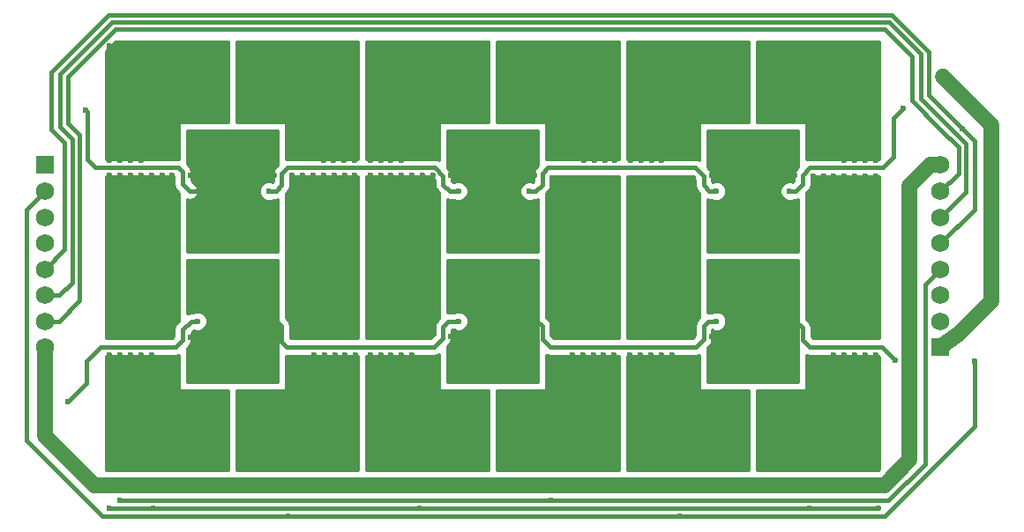
<source format=gbr>
G04 #@! TF.FileFunction,Copper,L2,Bot,Signal*
%FSLAX46Y46*%
G04 Gerber Fmt 4.6, Leading zero omitted, Abs format (unit mm)*
G04 Created by KiCad (PCBNEW 4.0.4-stable) date 03/09/17 20:40:53*
%MOMM*%
%LPD*%
G01*
G04 APERTURE LIST*
%ADD10C,0.100000*%
%ADD11C,0.600000*%
%ADD12R,1.750000X1.750000*%
%ADD13C,1.750000*%
%ADD14C,0.400000*%
%ADD15C,1.500000*%
%ADD16C,0.254000*%
G04 APERTURE END LIST*
D10*
D11*
X151750000Y-71225000D03*
X150750000Y-71225000D03*
X149750000Y-71225000D03*
X148750000Y-71225000D03*
X147750000Y-71225000D03*
X151750000Y-70225000D03*
X150750000Y-70225000D03*
X149750000Y-70225000D03*
X148750000Y-70225000D03*
X147750000Y-70225000D03*
X151750000Y-69225000D03*
X150750000Y-69225000D03*
X149750000Y-69225000D03*
X148750000Y-69225000D03*
X147750000Y-69225000D03*
X151750000Y-68225000D03*
X150750000Y-68225000D03*
X149750000Y-68225000D03*
X148750000Y-68225000D03*
X147750000Y-68225000D03*
X151750000Y-67225000D03*
X150750000Y-67225000D03*
X149750000Y-67225000D03*
X148750000Y-67225000D03*
X147750000Y-67225000D03*
X151750000Y-66225000D03*
X150750000Y-66225000D03*
X149750000Y-66225000D03*
X148750000Y-66225000D03*
X147750000Y-66225000D03*
X151750000Y-65225000D03*
X150750000Y-65225000D03*
X149750000Y-65225000D03*
X148750000Y-65225000D03*
X147750000Y-65225000D03*
X151750000Y-64225000D03*
X150750000Y-64225000D03*
X149750000Y-64225000D03*
X148750000Y-64225000D03*
X147750000Y-64225000D03*
X151750000Y-63225000D03*
X150750000Y-63225000D03*
X149750000Y-63225000D03*
X148750000Y-63225000D03*
X147750000Y-63225000D03*
X151750000Y-62225000D03*
X150750000Y-62225000D03*
X149750000Y-62225000D03*
X148750000Y-62225000D03*
X147750000Y-62225000D03*
X151750000Y-61225000D03*
X150750000Y-61225000D03*
X149750000Y-61225000D03*
X148750000Y-61225000D03*
X147750000Y-61225000D03*
X151750000Y-60225000D03*
X150750000Y-60225000D03*
X149750000Y-60225000D03*
X148750000Y-60225000D03*
X147750000Y-60225000D03*
X153750000Y-59225000D03*
X152750000Y-59225000D03*
X151750000Y-59225000D03*
X150750000Y-59225000D03*
X149750000Y-59225000D03*
X148750000Y-59225000D03*
X147750000Y-59225000D03*
X153750000Y-58225000D03*
X152750000Y-58225000D03*
X151750000Y-58225000D03*
X150750000Y-58225000D03*
X149750000Y-58225000D03*
X148750000Y-58225000D03*
X147750000Y-58225000D03*
X153750000Y-57225000D03*
X152750000Y-57225000D03*
X151750000Y-57225000D03*
X150750000Y-57225000D03*
X149750000Y-57225000D03*
X148750000Y-57225000D03*
X147750000Y-57225000D03*
X153750000Y-56225000D03*
X152750000Y-56225000D03*
X151750000Y-56225000D03*
X150750000Y-56225000D03*
X149750000Y-56225000D03*
X148750000Y-56225000D03*
X147750000Y-56225000D03*
X126750000Y-71225000D03*
X125750000Y-71225000D03*
X124750000Y-71225000D03*
X123750000Y-71225000D03*
X122750000Y-71225000D03*
X126750000Y-70225000D03*
X125750000Y-70225000D03*
X124750000Y-70225000D03*
X123750000Y-70225000D03*
X122750000Y-70225000D03*
X126750000Y-69225000D03*
X125750000Y-69225000D03*
X124750000Y-69225000D03*
X123750000Y-69225000D03*
X122750000Y-69225000D03*
X126750000Y-68225000D03*
X125750000Y-68225000D03*
X124750000Y-68225000D03*
X123750000Y-68225000D03*
X122750000Y-68225000D03*
X126750000Y-67225000D03*
X125750000Y-67225000D03*
X124750000Y-67225000D03*
X123750000Y-67225000D03*
X122750000Y-67225000D03*
X126750000Y-66225000D03*
X125750000Y-66225000D03*
X124750000Y-66225000D03*
X123750000Y-66225000D03*
X122750000Y-66225000D03*
X126750000Y-65225000D03*
X125750000Y-65225000D03*
X124750000Y-65225000D03*
X123750000Y-65225000D03*
X122750000Y-65225000D03*
X126750000Y-64225000D03*
X125750000Y-64225000D03*
X124750000Y-64225000D03*
X123750000Y-64225000D03*
X122750000Y-64225000D03*
X126750000Y-63225000D03*
X125750000Y-63225000D03*
X124750000Y-63225000D03*
X123750000Y-63225000D03*
X122750000Y-63225000D03*
X126750000Y-62225000D03*
X125750000Y-62225000D03*
X124750000Y-62225000D03*
X123750000Y-62225000D03*
X122750000Y-62225000D03*
X126750000Y-61225000D03*
X125750000Y-61225000D03*
X124750000Y-61225000D03*
X123750000Y-61225000D03*
X122750000Y-61225000D03*
X126750000Y-60225000D03*
X125750000Y-60225000D03*
X124750000Y-60225000D03*
X123750000Y-60225000D03*
X122750000Y-60225000D03*
X128750000Y-59225000D03*
X127750000Y-59225000D03*
X126750000Y-59225000D03*
X125750000Y-59225000D03*
X124750000Y-59225000D03*
X123750000Y-59225000D03*
X122750000Y-59225000D03*
X128750000Y-58225000D03*
X127750000Y-58225000D03*
X126750000Y-58225000D03*
X125750000Y-58225000D03*
X124750000Y-58225000D03*
X123750000Y-58225000D03*
X122750000Y-58225000D03*
X128750000Y-57225000D03*
X127750000Y-57225000D03*
X126750000Y-57225000D03*
X125750000Y-57225000D03*
X124750000Y-57225000D03*
X123750000Y-57225000D03*
X122750000Y-57225000D03*
X128750000Y-56225000D03*
X127750000Y-56225000D03*
X126750000Y-56225000D03*
X125750000Y-56225000D03*
X124750000Y-56225000D03*
X123750000Y-56225000D03*
X122750000Y-56225000D03*
X142275000Y-71225000D03*
X143275000Y-71225000D03*
X144275000Y-71225000D03*
X145275000Y-71225000D03*
X146275000Y-71225000D03*
X142275000Y-70225000D03*
X143275000Y-70225000D03*
X144275000Y-70225000D03*
X145275000Y-70225000D03*
X146275000Y-70225000D03*
X142275000Y-69225000D03*
X143275000Y-69225000D03*
X144275000Y-69225000D03*
X145275000Y-69225000D03*
X146275000Y-69225000D03*
X142275000Y-68225000D03*
X143275000Y-68225000D03*
X144275000Y-68225000D03*
X145275000Y-68225000D03*
X146275000Y-68225000D03*
X142275000Y-67225000D03*
X143275000Y-67225000D03*
X144275000Y-67225000D03*
X145275000Y-67225000D03*
X146275000Y-67225000D03*
X142275000Y-66225000D03*
X143275000Y-66225000D03*
X144275000Y-66225000D03*
X145275000Y-66225000D03*
X146275000Y-66225000D03*
X142275000Y-65225000D03*
X143275000Y-65225000D03*
X144275000Y-65225000D03*
X145275000Y-65225000D03*
X146275000Y-65225000D03*
X142275000Y-64225000D03*
X143275000Y-64225000D03*
X144275000Y-64225000D03*
X145275000Y-64225000D03*
X146275000Y-64225000D03*
X142275000Y-63225000D03*
X143275000Y-63225000D03*
X144275000Y-63225000D03*
X145275000Y-63225000D03*
X146275000Y-63225000D03*
X142275000Y-62225000D03*
X143275000Y-62225000D03*
X144275000Y-62225000D03*
X145275000Y-62225000D03*
X146275000Y-62225000D03*
X142275000Y-61225000D03*
X143275000Y-61225000D03*
X144275000Y-61225000D03*
X145275000Y-61225000D03*
X146275000Y-61225000D03*
X142275000Y-60225000D03*
X143275000Y-60225000D03*
X144275000Y-60225000D03*
X145275000Y-60225000D03*
X146275000Y-60225000D03*
X140275000Y-59225000D03*
X141275000Y-59225000D03*
X142275000Y-59225000D03*
X143275000Y-59225000D03*
X144275000Y-59225000D03*
X145275000Y-59225000D03*
X146275000Y-59225000D03*
X140275000Y-58225000D03*
X141275000Y-58225000D03*
X142275000Y-58225000D03*
X143275000Y-58225000D03*
X144275000Y-58225000D03*
X145275000Y-58225000D03*
X146275000Y-58225000D03*
X140275000Y-57225000D03*
X141275000Y-57225000D03*
X142275000Y-57225000D03*
X143275000Y-57225000D03*
X144275000Y-57225000D03*
X145275000Y-57225000D03*
X146275000Y-57225000D03*
X140275000Y-56225000D03*
X141275000Y-56225000D03*
X142275000Y-56225000D03*
X143275000Y-56225000D03*
X144275000Y-56225000D03*
X145275000Y-56225000D03*
X146275000Y-56225000D03*
X192250000Y-71275000D03*
X193250000Y-71275000D03*
X194250000Y-71275000D03*
X195250000Y-71275000D03*
X196250000Y-71275000D03*
X192250000Y-70275000D03*
X193250000Y-70275000D03*
X194250000Y-70275000D03*
X195250000Y-70275000D03*
X196250000Y-70275000D03*
X192250000Y-69275000D03*
X193250000Y-69275000D03*
X194250000Y-69275000D03*
X195250000Y-69275000D03*
X196250000Y-69275000D03*
X192250000Y-68275000D03*
X193250000Y-68275000D03*
X194250000Y-68275000D03*
X195250000Y-68275000D03*
X196250000Y-68275000D03*
X192250000Y-67275000D03*
X193250000Y-67275000D03*
X194250000Y-67275000D03*
X195250000Y-67275000D03*
X196250000Y-67275000D03*
X192250000Y-66275000D03*
X193250000Y-66275000D03*
X194250000Y-66275000D03*
X195250000Y-66275000D03*
X196250000Y-66275000D03*
X192250000Y-65275000D03*
X193250000Y-65275000D03*
X194250000Y-65275000D03*
X195250000Y-65275000D03*
X196250000Y-65275000D03*
X192250000Y-64275000D03*
X193250000Y-64275000D03*
X194250000Y-64275000D03*
X195250000Y-64275000D03*
X196250000Y-64275000D03*
X192250000Y-63275000D03*
X193250000Y-63275000D03*
X194250000Y-63275000D03*
X195250000Y-63275000D03*
X196250000Y-63275000D03*
X192250000Y-62275000D03*
X193250000Y-62275000D03*
X194250000Y-62275000D03*
X195250000Y-62275000D03*
X196250000Y-62275000D03*
X192250000Y-61275000D03*
X193250000Y-61275000D03*
X194250000Y-61275000D03*
X195250000Y-61275000D03*
X196250000Y-61275000D03*
X192250000Y-60275000D03*
X193250000Y-60275000D03*
X194250000Y-60275000D03*
X195250000Y-60275000D03*
X196250000Y-60275000D03*
X190250000Y-59275000D03*
X191250000Y-59275000D03*
X192250000Y-59275000D03*
X193250000Y-59275000D03*
X194250000Y-59275000D03*
X195250000Y-59275000D03*
X196250000Y-59275000D03*
X190250000Y-58275000D03*
X191250000Y-58275000D03*
X192250000Y-58275000D03*
X193250000Y-58275000D03*
X194250000Y-58275000D03*
X195250000Y-58275000D03*
X196250000Y-58275000D03*
X190250000Y-57275000D03*
X191250000Y-57275000D03*
X192250000Y-57275000D03*
X193250000Y-57275000D03*
X194250000Y-57275000D03*
X195250000Y-57275000D03*
X196250000Y-57275000D03*
X190250000Y-56275000D03*
X191250000Y-56275000D03*
X192250000Y-56275000D03*
X193250000Y-56275000D03*
X194250000Y-56275000D03*
X195250000Y-56275000D03*
X196250000Y-56275000D03*
X176750000Y-71500000D03*
X175750000Y-71500000D03*
X174750000Y-71500000D03*
X173750000Y-71500000D03*
X172750000Y-71500000D03*
X176750000Y-70500000D03*
X175750000Y-70500000D03*
X174750000Y-70500000D03*
X173750000Y-70500000D03*
X172750000Y-70500000D03*
X176750000Y-69500000D03*
X175750000Y-69500000D03*
X174750000Y-69500000D03*
X173750000Y-69500000D03*
X172750000Y-69500000D03*
X176750000Y-68500000D03*
X175750000Y-68500000D03*
X174750000Y-68500000D03*
X173750000Y-68500000D03*
X172750000Y-68500000D03*
X176750000Y-67500000D03*
X175750000Y-67500000D03*
X174750000Y-67500000D03*
X173750000Y-67500000D03*
X172750000Y-67500000D03*
X176750000Y-66500000D03*
X175750000Y-66500000D03*
X174750000Y-66500000D03*
X173750000Y-66500000D03*
X172750000Y-66500000D03*
X176750000Y-65500000D03*
X175750000Y-65500000D03*
X174750000Y-65500000D03*
X173750000Y-65500000D03*
X172750000Y-65500000D03*
X176750000Y-64500000D03*
X175750000Y-64500000D03*
X174750000Y-64500000D03*
X173750000Y-64500000D03*
X172750000Y-64500000D03*
X176750000Y-63500000D03*
X175750000Y-63500000D03*
X174750000Y-63500000D03*
X173750000Y-63500000D03*
X172750000Y-63500000D03*
X176750000Y-62500000D03*
X175750000Y-62500000D03*
X174750000Y-62500000D03*
X173750000Y-62500000D03*
X172750000Y-62500000D03*
X176750000Y-61500000D03*
X175750000Y-61500000D03*
X174750000Y-61500000D03*
X173750000Y-61500000D03*
X172750000Y-61500000D03*
X176750000Y-60500000D03*
X175750000Y-60500000D03*
X174750000Y-60500000D03*
X173750000Y-60500000D03*
X172750000Y-60500000D03*
X178750000Y-59500000D03*
X177750000Y-59500000D03*
X176750000Y-59500000D03*
X175750000Y-59500000D03*
X174750000Y-59500000D03*
X173750000Y-59500000D03*
X172750000Y-59500000D03*
X178750000Y-58500000D03*
X177750000Y-58500000D03*
X176750000Y-58500000D03*
X175750000Y-58500000D03*
X174750000Y-58500000D03*
X173750000Y-58500000D03*
X172750000Y-58500000D03*
X178750000Y-57500000D03*
X177750000Y-57500000D03*
X176750000Y-57500000D03*
X175750000Y-57500000D03*
X174750000Y-57500000D03*
X173750000Y-57500000D03*
X172750000Y-57500000D03*
X178750000Y-56500000D03*
X177750000Y-56500000D03*
X176750000Y-56500000D03*
X175750000Y-56500000D03*
X174750000Y-56500000D03*
X173750000Y-56500000D03*
X172750000Y-56500000D03*
X171250000Y-71500000D03*
X170250000Y-71500000D03*
X169250000Y-71500000D03*
X168250000Y-71500000D03*
X167250000Y-71500000D03*
X171250000Y-70500000D03*
X170250000Y-70500000D03*
X169250000Y-70500000D03*
X168250000Y-70500000D03*
X167250000Y-70500000D03*
X171250000Y-69500000D03*
X170250000Y-69500000D03*
X169250000Y-69500000D03*
X168250000Y-69500000D03*
X167250000Y-69500000D03*
X171250000Y-68500000D03*
X170250000Y-68500000D03*
X169250000Y-68500000D03*
X168250000Y-68500000D03*
X167250000Y-68500000D03*
X171250000Y-67500000D03*
X170250000Y-67500000D03*
X169250000Y-67500000D03*
X168250000Y-67500000D03*
X167250000Y-67500000D03*
X171250000Y-66500000D03*
X170250000Y-66500000D03*
X169250000Y-66500000D03*
X168250000Y-66500000D03*
X167250000Y-66500000D03*
X171250000Y-65500000D03*
X170250000Y-65500000D03*
X169250000Y-65500000D03*
X168250000Y-65500000D03*
X167250000Y-65500000D03*
X171250000Y-64500000D03*
X170250000Y-64500000D03*
X169250000Y-64500000D03*
X168250000Y-64500000D03*
X167250000Y-64500000D03*
X171250000Y-63500000D03*
X170250000Y-63500000D03*
X169250000Y-63500000D03*
X168250000Y-63500000D03*
X167250000Y-63500000D03*
X171250000Y-62500000D03*
X170250000Y-62500000D03*
X169250000Y-62500000D03*
X168250000Y-62500000D03*
X167250000Y-62500000D03*
X171250000Y-61500000D03*
X170250000Y-61500000D03*
X169250000Y-61500000D03*
X168250000Y-61500000D03*
X167250000Y-61500000D03*
X171250000Y-60500000D03*
X170250000Y-60500000D03*
X169250000Y-60500000D03*
X168250000Y-60500000D03*
X167250000Y-60500000D03*
X171250000Y-59500000D03*
X170250000Y-59500000D03*
X169250000Y-59500000D03*
X168250000Y-59500000D03*
X167250000Y-59500000D03*
X166250000Y-59500000D03*
X165250000Y-59500000D03*
X171250000Y-58500000D03*
X170250000Y-58500000D03*
X169250000Y-58500000D03*
X168250000Y-58500000D03*
X167250000Y-58500000D03*
X166250000Y-58500000D03*
X165250000Y-58500000D03*
X171250000Y-57500000D03*
X170250000Y-57500000D03*
X169250000Y-57500000D03*
X168250000Y-57500000D03*
X167250000Y-57500000D03*
X166250000Y-57500000D03*
X165250000Y-57500000D03*
X171250000Y-56500000D03*
X170250000Y-56500000D03*
X169250000Y-56500000D03*
X168250000Y-56500000D03*
X167250000Y-56500000D03*
X166250000Y-56500000D03*
X165250000Y-56500000D03*
X188500000Y-75750000D03*
X187500000Y-75750000D03*
X186500000Y-75750000D03*
X185500000Y-75750000D03*
X184500000Y-75750000D03*
X183500000Y-75750000D03*
X182500000Y-75750000D03*
X181500000Y-75750000D03*
X180500000Y-75750000D03*
X188500000Y-74750000D03*
X187500000Y-74750000D03*
X186500000Y-74750000D03*
X185500000Y-74750000D03*
X184500000Y-74750000D03*
X183500000Y-74750000D03*
X182500000Y-74750000D03*
X181500000Y-74750000D03*
X180500000Y-74750000D03*
X188500000Y-73750000D03*
X187500000Y-73750000D03*
X186500000Y-73750000D03*
X185500000Y-73750000D03*
X184500000Y-73750000D03*
X183500000Y-73750000D03*
X182500000Y-73750000D03*
X181500000Y-73750000D03*
X180500000Y-73750000D03*
X188500000Y-72750000D03*
X187500000Y-72750000D03*
X186500000Y-72750000D03*
X185500000Y-72750000D03*
X184500000Y-72750000D03*
X183500000Y-72750000D03*
X182500000Y-72750000D03*
X181500000Y-72750000D03*
X180500000Y-72750000D03*
X188500000Y-71750000D03*
X187500000Y-71750000D03*
X185500000Y-71750000D03*
X181500000Y-71750000D03*
X180500000Y-71750000D03*
X188500000Y-68750000D03*
X187500000Y-68750000D03*
X185500000Y-68750000D03*
X181500000Y-68750000D03*
X180500000Y-68750000D03*
X188500000Y-67750000D03*
X187500000Y-67750000D03*
X186500000Y-67750000D03*
X185500000Y-67750000D03*
X184500000Y-67750000D03*
X183500000Y-67750000D03*
X182500000Y-67750000D03*
X181500000Y-67750000D03*
X180500000Y-67750000D03*
X188500000Y-66750000D03*
X187500000Y-66750000D03*
X186500000Y-66750000D03*
X185500000Y-66750000D03*
X184500000Y-66750000D03*
X183500000Y-66750000D03*
X182500000Y-66750000D03*
X181500000Y-66750000D03*
X180500000Y-66750000D03*
X188500000Y-65750000D03*
X187500000Y-65750000D03*
X186500000Y-65750000D03*
X185500000Y-65750000D03*
X184500000Y-65750000D03*
X183500000Y-65750000D03*
X182500000Y-65750000D03*
X181500000Y-65750000D03*
X180500000Y-65750000D03*
X188500000Y-64750000D03*
X187500000Y-64750000D03*
X186500000Y-64750000D03*
X185500000Y-64750000D03*
X184500000Y-64750000D03*
X183500000Y-64750000D03*
X182500000Y-64750000D03*
X181500000Y-64750000D03*
X180500000Y-64750000D03*
X163500000Y-75750000D03*
X162500000Y-75750000D03*
X161500000Y-75750000D03*
X160500000Y-75750000D03*
X159500000Y-75750000D03*
X158500000Y-75750000D03*
X157500000Y-75750000D03*
X156500000Y-75750000D03*
X155500000Y-75750000D03*
X163500000Y-74750000D03*
X162500000Y-74750000D03*
X161500000Y-74750000D03*
X160500000Y-74750000D03*
X159500000Y-74750000D03*
X158500000Y-74750000D03*
X157500000Y-74750000D03*
X156500000Y-74750000D03*
X155500000Y-74750000D03*
X163500000Y-73750000D03*
X162500000Y-73750000D03*
X161500000Y-73750000D03*
X160500000Y-73750000D03*
X159500000Y-73750000D03*
X158500000Y-73750000D03*
X157500000Y-73750000D03*
X156500000Y-73750000D03*
X155500000Y-73750000D03*
X163500000Y-72750000D03*
X162500000Y-72750000D03*
X161500000Y-72750000D03*
X160500000Y-72750000D03*
X159500000Y-72750000D03*
X158500000Y-72750000D03*
X157500000Y-72750000D03*
X156500000Y-72750000D03*
X155500000Y-72750000D03*
X163500000Y-71750000D03*
X162500000Y-71750000D03*
X160500000Y-71750000D03*
X156500000Y-71750000D03*
X155500000Y-71750000D03*
X163500000Y-68750000D03*
X162500000Y-68750000D03*
X160500000Y-68750000D03*
X156500000Y-68750000D03*
X155500000Y-68750000D03*
X163500000Y-67750000D03*
X162500000Y-67750000D03*
X161500000Y-67750000D03*
X160500000Y-67750000D03*
X159500000Y-67750000D03*
X158500000Y-67750000D03*
X157500000Y-67750000D03*
X156500000Y-67750000D03*
X155500000Y-67750000D03*
X163500000Y-66750000D03*
X162500000Y-66750000D03*
X161500000Y-66750000D03*
X160500000Y-66750000D03*
X159500000Y-66750000D03*
X158500000Y-66750000D03*
X157500000Y-66750000D03*
X156500000Y-66750000D03*
X155500000Y-66750000D03*
X163500000Y-65750000D03*
X162500000Y-65750000D03*
X161500000Y-65750000D03*
X160500000Y-65750000D03*
X159500000Y-65750000D03*
X158500000Y-65750000D03*
X157500000Y-65750000D03*
X156500000Y-65750000D03*
X155500000Y-65750000D03*
X163500000Y-64750000D03*
X162500000Y-64750000D03*
X161500000Y-64750000D03*
X160500000Y-64750000D03*
X159500000Y-64750000D03*
X158500000Y-64750000D03*
X157500000Y-64750000D03*
X156500000Y-64750000D03*
X131500000Y-68800000D03*
X130500000Y-68800000D03*
X138500000Y-68800000D03*
X137500000Y-68800000D03*
X135500000Y-68800000D03*
X130500000Y-67800000D03*
X131500000Y-67800000D03*
X132500000Y-67800000D03*
X133500000Y-67800000D03*
X134500000Y-67800000D03*
X135500000Y-67800000D03*
X136500000Y-67800000D03*
X137500000Y-67800000D03*
X138500000Y-67800000D03*
X138500000Y-75800000D03*
X137500000Y-75800000D03*
X136500000Y-75800000D03*
X135500000Y-75800000D03*
X134500000Y-75800000D03*
X133500000Y-75800000D03*
X132500000Y-75800000D03*
X131500000Y-75800000D03*
X130500000Y-75800000D03*
X138500000Y-74800000D03*
X137500000Y-74800000D03*
X136500000Y-74800000D03*
X135500000Y-74800000D03*
X134500000Y-74800000D03*
X133500000Y-74800000D03*
X132500000Y-74800000D03*
X131500000Y-74800000D03*
X130500000Y-74800000D03*
X138500000Y-73800000D03*
X137500000Y-73800000D03*
X136500000Y-73800000D03*
X135500000Y-73800000D03*
X134500000Y-73800000D03*
X133500000Y-73800000D03*
X132500000Y-73800000D03*
X131500000Y-73800000D03*
X130500000Y-73800000D03*
X138500000Y-72800000D03*
X137500000Y-72800000D03*
X136500000Y-72800000D03*
X135500000Y-72800000D03*
X134500000Y-72800000D03*
X133500000Y-72800000D03*
X132500000Y-72800000D03*
X131500000Y-72800000D03*
X130500000Y-72800000D03*
X138500000Y-71800000D03*
X137500000Y-71800000D03*
X135500000Y-71800000D03*
X131500000Y-71800000D03*
X130500000Y-71800000D03*
X138500000Y-66800000D03*
X137500000Y-66800000D03*
X136500000Y-66800000D03*
X135500000Y-66800000D03*
X134500000Y-66800000D03*
X133500000Y-66800000D03*
X132500000Y-66800000D03*
X131500000Y-66800000D03*
X130500000Y-66800000D03*
X138500000Y-65800000D03*
X137500000Y-65800000D03*
X136500000Y-65800000D03*
X135500000Y-65800000D03*
X134500000Y-65800000D03*
X133500000Y-65800000D03*
X132500000Y-65800000D03*
X131500000Y-65800000D03*
X130500000Y-65800000D03*
X138500000Y-64800000D03*
X137500000Y-64800000D03*
X136500000Y-64800000D03*
X135500000Y-64800000D03*
X134500000Y-64800000D03*
X133500000Y-64800000D03*
X132500000Y-64800000D03*
X131500000Y-64800000D03*
X130500000Y-64800000D03*
X188500000Y-63250000D03*
X187500000Y-63250000D03*
X186500000Y-63250000D03*
X185500000Y-63250000D03*
X184500000Y-63250000D03*
X183500000Y-63250000D03*
X182500000Y-63250000D03*
X181500000Y-63250000D03*
X180500000Y-63250000D03*
X188500000Y-62250000D03*
X187500000Y-62250000D03*
X186500000Y-62250000D03*
X185500000Y-62250000D03*
X184500000Y-62250000D03*
X183500000Y-62250000D03*
X182500000Y-62250000D03*
X181500000Y-62250000D03*
X180500000Y-62250000D03*
X188500000Y-61250000D03*
X187500000Y-61250000D03*
X186500000Y-61250000D03*
X185500000Y-61250000D03*
X184500000Y-61250000D03*
X183500000Y-61250000D03*
X182500000Y-61250000D03*
X181500000Y-61250000D03*
X180500000Y-61250000D03*
X188500000Y-60250000D03*
X187500000Y-60250000D03*
X186500000Y-60250000D03*
X185500000Y-60250000D03*
X184500000Y-60250000D03*
X183500000Y-60250000D03*
X182500000Y-60250000D03*
X181500000Y-60250000D03*
X180500000Y-60250000D03*
X188500000Y-59250000D03*
X187500000Y-59250000D03*
X183500000Y-59250000D03*
X181500000Y-59250000D03*
X180500000Y-59250000D03*
X188500000Y-56250000D03*
X187500000Y-56250000D03*
X183500000Y-56250000D03*
X181500000Y-56250000D03*
X180500000Y-56250000D03*
X188500000Y-55250000D03*
X187500000Y-55250000D03*
X186500000Y-55250000D03*
X185500000Y-55250000D03*
X184500000Y-55250000D03*
X183500000Y-55250000D03*
X182500000Y-55250000D03*
X181500000Y-55250000D03*
X180500000Y-55250000D03*
X188500000Y-54250000D03*
X187500000Y-54250000D03*
X186500000Y-54250000D03*
X185500000Y-54250000D03*
X184500000Y-54250000D03*
X183500000Y-54250000D03*
X182500000Y-54250000D03*
X181500000Y-54250000D03*
X180500000Y-54250000D03*
X188500000Y-53250000D03*
X187500000Y-53250000D03*
X186500000Y-53250000D03*
X185500000Y-53250000D03*
X184500000Y-53250000D03*
X183500000Y-53250000D03*
X182500000Y-53250000D03*
X181500000Y-53250000D03*
X180500000Y-53250000D03*
X188500000Y-52250000D03*
X187500000Y-52250000D03*
X186500000Y-52250000D03*
X185500000Y-52250000D03*
X184500000Y-52250000D03*
X183500000Y-52250000D03*
X182500000Y-52250000D03*
X181500000Y-52250000D03*
X180500000Y-52250000D03*
X138500000Y-63250000D03*
X137500000Y-63250000D03*
X136500000Y-63250000D03*
X135500000Y-63250000D03*
X134500000Y-63250000D03*
X133500000Y-63250000D03*
X132500000Y-63250000D03*
X131500000Y-63250000D03*
X130500000Y-63250000D03*
X138500000Y-62250000D03*
X137500000Y-62250000D03*
X136500000Y-62250000D03*
X135500000Y-62250000D03*
X134500000Y-62250000D03*
X133500000Y-62250000D03*
X132500000Y-62250000D03*
X131500000Y-62250000D03*
X130500000Y-62250000D03*
X138500000Y-61250000D03*
X137500000Y-61250000D03*
X136500000Y-61250000D03*
X135500000Y-61250000D03*
X134500000Y-61250000D03*
X133500000Y-61250000D03*
X132500000Y-61250000D03*
X131500000Y-61250000D03*
X130500000Y-61250000D03*
X138500000Y-60250000D03*
X137500000Y-60250000D03*
X136500000Y-60250000D03*
X135500000Y-60250000D03*
X134500000Y-60250000D03*
X133500000Y-60250000D03*
X132500000Y-60250000D03*
X131500000Y-60250000D03*
X130500000Y-60250000D03*
X138500000Y-59250000D03*
X137500000Y-59250000D03*
X133500000Y-59250000D03*
X131500000Y-59250000D03*
X130500000Y-59250000D03*
X138500000Y-56250000D03*
X137500000Y-56250000D03*
X133500000Y-56250000D03*
X131500000Y-56250000D03*
X130500000Y-56250000D03*
X138500000Y-55250000D03*
X137500000Y-55250000D03*
X136500000Y-55250000D03*
X135500000Y-55250000D03*
X134500000Y-55250000D03*
X133500000Y-55250000D03*
X132500000Y-55250000D03*
X131500000Y-55250000D03*
X130500000Y-55250000D03*
X138500000Y-54250000D03*
X137500000Y-54250000D03*
X136500000Y-54250000D03*
X135500000Y-54250000D03*
X134500000Y-54250000D03*
X133500000Y-54250000D03*
X132500000Y-54250000D03*
X131500000Y-54250000D03*
X130500000Y-54250000D03*
X138500000Y-53250000D03*
X137500000Y-53250000D03*
X136500000Y-53250000D03*
X135500000Y-53250000D03*
X134500000Y-53250000D03*
X133500000Y-53250000D03*
X132500000Y-53250000D03*
X131500000Y-53250000D03*
X130500000Y-53250000D03*
X138500000Y-52250000D03*
X137500000Y-52250000D03*
X136500000Y-52250000D03*
X135500000Y-52250000D03*
X134500000Y-52250000D03*
X133500000Y-52250000D03*
X132500000Y-52250000D03*
X131500000Y-52250000D03*
X130500000Y-52250000D03*
X192200000Y-76050000D03*
X196250000Y-84500000D03*
X195250000Y-84500000D03*
X194250000Y-84500000D03*
X193250000Y-84500000D03*
X188250000Y-84500000D03*
X187250000Y-84500000D03*
X186250000Y-84500000D03*
X185250000Y-84500000D03*
X196250000Y-83500000D03*
X195250000Y-83500000D03*
X194250000Y-83500000D03*
X193250000Y-83500000D03*
X188250000Y-83500000D03*
X187250000Y-83500000D03*
X186250000Y-83500000D03*
X185250000Y-83500000D03*
X196250000Y-82500000D03*
X195250000Y-82500000D03*
X194250000Y-82500000D03*
X193250000Y-82500000D03*
X192250000Y-82500000D03*
X189250000Y-82500000D03*
X188250000Y-82500000D03*
X187250000Y-82500000D03*
X186250000Y-82500000D03*
X185250000Y-82500000D03*
X196250000Y-81500000D03*
X195250000Y-81500000D03*
X194250000Y-81500000D03*
X193250000Y-81500000D03*
X192250000Y-81500000D03*
X189250000Y-81500000D03*
X188250000Y-81500000D03*
X187250000Y-81500000D03*
X186250000Y-81500000D03*
X185250000Y-81500000D03*
X196250000Y-80500000D03*
X195250000Y-80500000D03*
X194250000Y-80500000D03*
X193250000Y-80500000D03*
X188250000Y-80500000D03*
X187250000Y-80500000D03*
X186250000Y-80500000D03*
X185250000Y-80500000D03*
X196250000Y-79500000D03*
X195250000Y-79500000D03*
X194250000Y-79500000D03*
X193250000Y-79500000D03*
X188250000Y-79500000D03*
X187250000Y-79500000D03*
X186250000Y-79500000D03*
X185250000Y-79500000D03*
X196250000Y-78500000D03*
X195250000Y-78500000D03*
X194250000Y-78500000D03*
X193250000Y-78500000D03*
X188250000Y-78500000D03*
X187250000Y-78500000D03*
X186250000Y-78500000D03*
X185250000Y-78500000D03*
X196250000Y-77500000D03*
X195250000Y-77500000D03*
X194250000Y-77500000D03*
X193250000Y-77500000D03*
X189200000Y-77950000D03*
X188250000Y-77500000D03*
X187250000Y-77500000D03*
X186250000Y-77500000D03*
X185250000Y-77500000D03*
X196250000Y-76500000D03*
X195250000Y-76500000D03*
X194250000Y-76500000D03*
X193250000Y-76500000D03*
X196250000Y-75500000D03*
X195250000Y-75500000D03*
X194250000Y-75500000D03*
X193250000Y-75500000D03*
X192200000Y-77950000D03*
X196250000Y-74500000D03*
X195250000Y-74500000D03*
X194250000Y-74500000D03*
X193250000Y-74500000D03*
X192250000Y-74500000D03*
X196250000Y-73500000D03*
X195250000Y-73500000D03*
X194250000Y-73500000D03*
X193250000Y-73500000D03*
X192250000Y-73500000D03*
X183700000Y-84500000D03*
X182700000Y-84500000D03*
X181700000Y-84500000D03*
X180700000Y-84500000D03*
X175700000Y-84500000D03*
X174700000Y-84500000D03*
X173700000Y-84500000D03*
X172700000Y-84500000D03*
X183700000Y-83500000D03*
X182700000Y-83500000D03*
X181700000Y-83500000D03*
X180700000Y-83500000D03*
X175700000Y-83500000D03*
X174700000Y-83500000D03*
X173700000Y-83500000D03*
X172700000Y-83500000D03*
X183700000Y-82500000D03*
X182700000Y-82500000D03*
X181700000Y-82500000D03*
X180700000Y-82500000D03*
X179700000Y-82500000D03*
X176700000Y-82500000D03*
X175700000Y-82500000D03*
X174700000Y-82500000D03*
X173700000Y-82500000D03*
X172700000Y-82500000D03*
X183700000Y-81500000D03*
X182700000Y-81500000D03*
X181700000Y-81500000D03*
X180700000Y-81500000D03*
X179700000Y-81500000D03*
X176700000Y-81500000D03*
X175700000Y-81500000D03*
X174700000Y-81500000D03*
X173700000Y-81500000D03*
X172700000Y-81500000D03*
X183700000Y-80500000D03*
X182700000Y-80500000D03*
X181700000Y-80500000D03*
X180700000Y-80500000D03*
X175700000Y-80500000D03*
X174700000Y-80500000D03*
X173700000Y-80500000D03*
X172700000Y-80500000D03*
X183700000Y-79500000D03*
X182700000Y-79500000D03*
X181700000Y-79500000D03*
X180700000Y-79500000D03*
X175700000Y-79500000D03*
X174700000Y-79500000D03*
X173700000Y-79500000D03*
X172700000Y-79500000D03*
X183700000Y-78500000D03*
X182700000Y-78500000D03*
X181700000Y-78500000D03*
X180700000Y-78500000D03*
X179700000Y-77900000D03*
X176700000Y-77900000D03*
X175700000Y-78500000D03*
X174700000Y-78500000D03*
X173700000Y-78500000D03*
X172700000Y-78500000D03*
X183700000Y-77500000D03*
X182700000Y-77500000D03*
X181700000Y-77500000D03*
X180700000Y-77500000D03*
X175700000Y-77500000D03*
X174700000Y-77500000D03*
X173700000Y-77500000D03*
X172700000Y-77500000D03*
X176700000Y-76100000D03*
X175700000Y-76500000D03*
X174700000Y-76500000D03*
X173700000Y-76500000D03*
X172700000Y-76500000D03*
X175700000Y-75500000D03*
X174700000Y-75500000D03*
X173700000Y-75500000D03*
X172700000Y-75500000D03*
X176700000Y-74500000D03*
X175700000Y-74500000D03*
X174700000Y-74500000D03*
X173700000Y-74500000D03*
X172700000Y-74500000D03*
X176700000Y-73500000D03*
X175700000Y-73500000D03*
X174700000Y-73500000D03*
X173700000Y-73500000D03*
X172700000Y-73500000D03*
X171150000Y-84500000D03*
X170150000Y-84500000D03*
X169150000Y-84500000D03*
X168150000Y-84500000D03*
X163150000Y-84500000D03*
X162150000Y-84500000D03*
X161150000Y-84500000D03*
X160150000Y-84500000D03*
X171150000Y-83500000D03*
X170150000Y-83500000D03*
X169150000Y-83500000D03*
X168150000Y-83500000D03*
X163150000Y-83500000D03*
X162150000Y-83500000D03*
X161150000Y-83500000D03*
X160150000Y-83500000D03*
X171150000Y-82500000D03*
X170150000Y-82500000D03*
X169150000Y-82500000D03*
X168150000Y-82500000D03*
X167150000Y-82500000D03*
X164150000Y-82500000D03*
X163150000Y-82500000D03*
X162150000Y-82500000D03*
X161150000Y-82500000D03*
X160150000Y-82500000D03*
X171150000Y-81500000D03*
X170150000Y-81500000D03*
X169150000Y-81500000D03*
X168150000Y-81500000D03*
X167150000Y-81500000D03*
X164150000Y-81500000D03*
X163150000Y-81500000D03*
X162150000Y-81500000D03*
X161150000Y-81500000D03*
X160150000Y-81500000D03*
X171150000Y-80500000D03*
X170150000Y-80500000D03*
X169150000Y-80500000D03*
X168150000Y-80500000D03*
X163150000Y-80500000D03*
X162150000Y-80500000D03*
X161150000Y-80500000D03*
X160150000Y-80500000D03*
X171150000Y-79500000D03*
X170150000Y-79500000D03*
X169150000Y-79500000D03*
X168150000Y-79500000D03*
X163150000Y-79500000D03*
X162150000Y-79500000D03*
X161150000Y-79500000D03*
X160150000Y-79500000D03*
X171150000Y-78500000D03*
X170150000Y-78500000D03*
X169150000Y-78500000D03*
X168150000Y-78500000D03*
X167100000Y-77900000D03*
X164100000Y-77900000D03*
X163150000Y-78500000D03*
X162150000Y-78500000D03*
X161150000Y-78500000D03*
X160150000Y-78500000D03*
X171150000Y-77500000D03*
X170150000Y-77500000D03*
X169150000Y-77500000D03*
X168150000Y-77500000D03*
X163150000Y-77500000D03*
X162150000Y-77500000D03*
X161150000Y-77500000D03*
X160150000Y-77500000D03*
X171150000Y-76500000D03*
X170150000Y-76500000D03*
X169150000Y-76500000D03*
X168150000Y-76500000D03*
X167100000Y-76100000D03*
X171150000Y-75500000D03*
X170150000Y-75500000D03*
X169150000Y-75500000D03*
X168150000Y-75500000D03*
X171150000Y-74500000D03*
X170150000Y-74500000D03*
X169150000Y-74500000D03*
X168150000Y-74500000D03*
X167150000Y-74500000D03*
X171150000Y-73500000D03*
X170150000Y-73500000D03*
X169150000Y-73500000D03*
X168150000Y-73500000D03*
X167150000Y-73500000D03*
X158750000Y-84500000D03*
X157750000Y-84500000D03*
X156750000Y-84500000D03*
X155750000Y-84500000D03*
X150750000Y-84500000D03*
X149750000Y-84500000D03*
X148750000Y-84500000D03*
X147750000Y-84500000D03*
X158750000Y-83500000D03*
X157750000Y-83500000D03*
X156750000Y-83500000D03*
X155750000Y-83500000D03*
X150750000Y-83500000D03*
X149750000Y-83500000D03*
X148750000Y-83500000D03*
X147750000Y-83500000D03*
X158750000Y-82500000D03*
X157750000Y-82500000D03*
X156750000Y-82500000D03*
X155750000Y-82500000D03*
X154750000Y-82500000D03*
X151750000Y-82500000D03*
X150750000Y-82500000D03*
X149750000Y-82500000D03*
X148750000Y-82500000D03*
X147750000Y-82500000D03*
X158750000Y-81500000D03*
X157750000Y-81500000D03*
X156750000Y-81500000D03*
X155750000Y-81500000D03*
X154750000Y-81500000D03*
X151750000Y-81500000D03*
X150750000Y-81500000D03*
X149750000Y-81500000D03*
X148750000Y-81500000D03*
X147750000Y-81500000D03*
X158750000Y-80500000D03*
X157750000Y-80500000D03*
X156750000Y-80500000D03*
X155750000Y-80500000D03*
X150750000Y-80500000D03*
X149750000Y-80500000D03*
X148750000Y-80500000D03*
X147750000Y-80500000D03*
X158750000Y-79500000D03*
X157750000Y-79500000D03*
X156750000Y-79500000D03*
X155750000Y-79500000D03*
X150750000Y-79500000D03*
X149750000Y-79500000D03*
X148750000Y-79500000D03*
X147750000Y-79500000D03*
X158750000Y-78500000D03*
X157750000Y-78500000D03*
X156750000Y-78500000D03*
X155750000Y-78500000D03*
X150750000Y-78500000D03*
X149750000Y-78500000D03*
X148750000Y-78500000D03*
X147750000Y-78500000D03*
X158750000Y-77500000D03*
X157750000Y-77500000D03*
X156750000Y-77500000D03*
X155750000Y-77500000D03*
X154700000Y-77900000D03*
X151700000Y-77900000D03*
X150750000Y-77500000D03*
X149750000Y-77500000D03*
X148750000Y-77500000D03*
X147750000Y-77500000D03*
X151700000Y-76100000D03*
X150750000Y-76500000D03*
X149750000Y-76500000D03*
X148750000Y-76500000D03*
X147750000Y-76500000D03*
X150750000Y-75500000D03*
X149750000Y-75500000D03*
X148750000Y-75500000D03*
X147750000Y-75500000D03*
X151750000Y-74500000D03*
X150750000Y-74500000D03*
X149750000Y-74500000D03*
X148750000Y-74500000D03*
X147750000Y-74500000D03*
X151750000Y-73500000D03*
X150750000Y-73500000D03*
X149750000Y-73500000D03*
X148750000Y-73500000D03*
X147750000Y-73500000D03*
X146350000Y-84500000D03*
X145350000Y-84500000D03*
X144350000Y-84500000D03*
X143350000Y-84500000D03*
X138350000Y-84500000D03*
X137350000Y-84500000D03*
X136350000Y-84500000D03*
X135350000Y-84500000D03*
X146350000Y-83500000D03*
X145350000Y-83500000D03*
X144350000Y-83500000D03*
X143350000Y-83500000D03*
X138350000Y-83500000D03*
X137350000Y-83500000D03*
X136350000Y-83500000D03*
X135350000Y-83500000D03*
X146350000Y-82500000D03*
X145350000Y-82500000D03*
X144350000Y-82500000D03*
X143350000Y-82500000D03*
X142350000Y-82500000D03*
X139350000Y-82500000D03*
X138350000Y-82500000D03*
X137350000Y-82500000D03*
X136350000Y-82500000D03*
X135350000Y-82500000D03*
X146350000Y-81500000D03*
X145350000Y-81500000D03*
X144350000Y-81500000D03*
X143350000Y-81500000D03*
X142350000Y-81500000D03*
X139350000Y-81500000D03*
X138350000Y-81500000D03*
X137350000Y-81500000D03*
X136350000Y-81500000D03*
X135350000Y-81500000D03*
X146350000Y-80500000D03*
X145350000Y-80500000D03*
X144350000Y-80500000D03*
X143350000Y-80500000D03*
X138350000Y-80500000D03*
X137350000Y-80500000D03*
X136350000Y-80500000D03*
X135350000Y-80500000D03*
X146350000Y-79500000D03*
X145350000Y-79500000D03*
X144350000Y-79500000D03*
X143350000Y-79500000D03*
X138350000Y-79500000D03*
X137350000Y-79500000D03*
X136350000Y-79500000D03*
X135350000Y-79500000D03*
X146350000Y-78500000D03*
X145350000Y-78500000D03*
X144350000Y-78500000D03*
X143350000Y-78500000D03*
X138350000Y-78500000D03*
X137350000Y-78500000D03*
X136350000Y-78500000D03*
X135350000Y-78500000D03*
X146350000Y-77500000D03*
X145350000Y-77500000D03*
X144350000Y-77500000D03*
X143350000Y-77500000D03*
X142300000Y-77900000D03*
X139300000Y-77900000D03*
X138350000Y-77500000D03*
X137350000Y-77500000D03*
X136350000Y-77500000D03*
X135350000Y-77500000D03*
X146350000Y-76500000D03*
X145350000Y-76500000D03*
X144350000Y-76500000D03*
X143350000Y-76500000D03*
X142300000Y-76100000D03*
X146350000Y-75500000D03*
X145350000Y-75500000D03*
X144350000Y-75500000D03*
X143350000Y-75500000D03*
X146350000Y-74500000D03*
X145350000Y-74500000D03*
X144350000Y-74500000D03*
X143350000Y-74500000D03*
X142350000Y-74500000D03*
X146350000Y-73500000D03*
X145350000Y-73500000D03*
X144350000Y-73500000D03*
X143350000Y-73500000D03*
X142350000Y-73500000D03*
X130750000Y-84500000D03*
X130750000Y-83500000D03*
X126750000Y-74500000D03*
X126750000Y-73500000D03*
X126750000Y-77900000D03*
X129750000Y-77900000D03*
X126750000Y-82500000D03*
X129750000Y-82500000D03*
X129750000Y-81500000D03*
X126750000Y-81500000D03*
X126700000Y-76100000D03*
X133750000Y-84500000D03*
X132750000Y-84500000D03*
X131750000Y-84500000D03*
X125750000Y-84500000D03*
X124750000Y-84500000D03*
X123750000Y-84500000D03*
X122750000Y-84500000D03*
X133750000Y-83500000D03*
X132750000Y-83500000D03*
X131750000Y-83500000D03*
X125750000Y-83500000D03*
X124750000Y-83500000D03*
X123750000Y-83500000D03*
X122750000Y-83500000D03*
X133750000Y-82500000D03*
X132750000Y-82500000D03*
X131750000Y-82500000D03*
X130750000Y-82500000D03*
X125750000Y-82500000D03*
X124750000Y-82500000D03*
X123750000Y-82500000D03*
X122750000Y-82500000D03*
X133750000Y-81500000D03*
X132750000Y-81500000D03*
X131750000Y-81500000D03*
X130750000Y-81500000D03*
X125750000Y-81500000D03*
X124750000Y-81500000D03*
X123750000Y-81500000D03*
X122750000Y-81500000D03*
X133750000Y-80500000D03*
X132750000Y-80500000D03*
X131750000Y-80500000D03*
X130750000Y-80500000D03*
X125750000Y-80500000D03*
X124750000Y-80500000D03*
X123750000Y-80500000D03*
X122750000Y-80500000D03*
X133750000Y-79500000D03*
X132750000Y-79500000D03*
X131750000Y-79500000D03*
X130750000Y-79500000D03*
X125750000Y-79500000D03*
X124750000Y-79500000D03*
X123750000Y-79500000D03*
X122750000Y-79500000D03*
X133750000Y-78500000D03*
X132750000Y-78500000D03*
X131750000Y-78500000D03*
X130750000Y-78500000D03*
X125750000Y-78500000D03*
X124750000Y-78500000D03*
X123750000Y-78500000D03*
X122750000Y-78500000D03*
X133750000Y-77500000D03*
X132750000Y-77500000D03*
X131750000Y-77500000D03*
X130750000Y-77500000D03*
X125750000Y-77500000D03*
X124750000Y-77500000D03*
X123750000Y-77500000D03*
X122750000Y-77500000D03*
X125750000Y-76500000D03*
X124750000Y-76500000D03*
X123750000Y-76500000D03*
X122750000Y-76500000D03*
X125750000Y-75500000D03*
X124750000Y-75500000D03*
X123750000Y-75500000D03*
X122750000Y-75500000D03*
X125750000Y-74500000D03*
X124750000Y-74500000D03*
X123750000Y-74500000D03*
X122750000Y-74500000D03*
X125750000Y-73500000D03*
X124750000Y-73500000D03*
X123750000Y-73500000D03*
X122750000Y-73500000D03*
X158500000Y-59250000D03*
X158500000Y-56250000D03*
X126750000Y-53000000D03*
X126750000Y-51250000D03*
X126750000Y-48250000D03*
X129750000Y-48500000D03*
X125750000Y-54750000D03*
X124750000Y-54750000D03*
X123750000Y-54750000D03*
X122750000Y-54750000D03*
X125750000Y-53750000D03*
X124750000Y-53750000D03*
X123750000Y-53750000D03*
X122750000Y-53750000D03*
X125750000Y-52750000D03*
X124750000Y-52750000D03*
X123750000Y-52750000D03*
X122750000Y-52750000D03*
X125750000Y-51750000D03*
X124750000Y-51750000D03*
X123750000Y-51750000D03*
X122750000Y-51750000D03*
X133750000Y-50750000D03*
X132750000Y-50750000D03*
X131750000Y-50750000D03*
X130750000Y-50750000D03*
X125750000Y-50750000D03*
X124750000Y-50750000D03*
X123750000Y-50750000D03*
X122750000Y-50750000D03*
X133750000Y-49750000D03*
X132750000Y-49750000D03*
X131750000Y-49750000D03*
X130750000Y-49750000D03*
X125750000Y-49750000D03*
X124750000Y-49750000D03*
X123750000Y-49750000D03*
X122750000Y-49750000D03*
X133750000Y-48750000D03*
X132750000Y-48750000D03*
X131750000Y-48750000D03*
X130750000Y-48750000D03*
X125750000Y-48750000D03*
X124750000Y-48750000D03*
X123750000Y-48750000D03*
X122750000Y-48750000D03*
X133750000Y-47750000D03*
X132750000Y-47750000D03*
X131750000Y-47750000D03*
X130750000Y-47750000D03*
X125750000Y-47750000D03*
X124750000Y-47750000D03*
X123750000Y-47750000D03*
X122750000Y-47750000D03*
X133750000Y-46750000D03*
X132750000Y-46750000D03*
X131750000Y-46750000D03*
X130750000Y-46750000D03*
X129750000Y-46750000D03*
X128750000Y-46750000D03*
X127750000Y-46750000D03*
X126750000Y-46750000D03*
X125750000Y-46750000D03*
X124750000Y-46750000D03*
X123750000Y-46750000D03*
X122750000Y-46750000D03*
X133750000Y-45750000D03*
X132750000Y-45750000D03*
X131750000Y-45750000D03*
X130750000Y-45750000D03*
X125750000Y-45750000D03*
X124750000Y-45750000D03*
X123750000Y-45750000D03*
X122750000Y-45750000D03*
X133750000Y-44750000D03*
X132750000Y-44750000D03*
X131750000Y-44750000D03*
X130750000Y-44750000D03*
X125750000Y-44750000D03*
X124750000Y-44750000D03*
X123750000Y-44750000D03*
X122750000Y-44750000D03*
X133750000Y-43750000D03*
X132750000Y-43750000D03*
X131750000Y-43750000D03*
X130750000Y-43750000D03*
X129750000Y-43750000D03*
X128750000Y-43750000D03*
X127750000Y-43750000D03*
X126750000Y-43750000D03*
X125750000Y-43750000D03*
X124750000Y-43750000D03*
X123750000Y-43750000D03*
X192250000Y-53000000D03*
X176750000Y-53000000D03*
X167250000Y-53000000D03*
X151750000Y-53000000D03*
X142250000Y-53000000D03*
X142250000Y-51250000D03*
X142250000Y-48500000D03*
X139250000Y-48500000D03*
X146250000Y-54750000D03*
X145250000Y-54750000D03*
X144250000Y-54750000D03*
X143250000Y-54750000D03*
X146250000Y-53750000D03*
X145250000Y-53750000D03*
X144250000Y-53750000D03*
X143250000Y-53750000D03*
X146250000Y-52750000D03*
X145250000Y-52750000D03*
X144250000Y-52750000D03*
X143250000Y-52750000D03*
X146250000Y-51750000D03*
X145250000Y-51750000D03*
X144250000Y-51750000D03*
X143250000Y-51750000D03*
X146250000Y-50750000D03*
X145250000Y-50750000D03*
X144250000Y-50750000D03*
X143250000Y-50750000D03*
X138250000Y-50750000D03*
X137250000Y-50750000D03*
X136250000Y-50750000D03*
X135250000Y-50750000D03*
X146250000Y-49750000D03*
X145250000Y-49750000D03*
X144250000Y-49750000D03*
X143250000Y-49750000D03*
X138250000Y-49750000D03*
X137250000Y-49750000D03*
X136250000Y-49750000D03*
X135250000Y-49750000D03*
X146250000Y-48750000D03*
X145250000Y-48750000D03*
X144250000Y-48750000D03*
X143250000Y-48750000D03*
X138250000Y-48750000D03*
X137250000Y-48750000D03*
X136250000Y-48750000D03*
X135250000Y-48750000D03*
X146250000Y-47750000D03*
X145250000Y-47750000D03*
X144250000Y-47750000D03*
X143250000Y-47750000D03*
X138250000Y-47750000D03*
X137250000Y-47750000D03*
X136250000Y-47750000D03*
X135250000Y-47750000D03*
X146250000Y-46750000D03*
X145250000Y-46750000D03*
X144250000Y-46750000D03*
X143250000Y-46750000D03*
X142250000Y-46750000D03*
X141250000Y-46750000D03*
X140250000Y-46750000D03*
X139250000Y-46750000D03*
X138250000Y-46750000D03*
X137250000Y-46750000D03*
X136250000Y-46750000D03*
X135250000Y-46750000D03*
X146250000Y-45750000D03*
X145250000Y-45750000D03*
X144250000Y-45750000D03*
X143250000Y-45750000D03*
X138250000Y-45750000D03*
X137250000Y-45750000D03*
X136250000Y-45750000D03*
X135250000Y-45750000D03*
X146250000Y-44750000D03*
X145250000Y-44750000D03*
X144250000Y-44750000D03*
X143250000Y-44750000D03*
X138250000Y-44750000D03*
X137250000Y-44750000D03*
X136250000Y-44750000D03*
X135250000Y-44750000D03*
X146250000Y-43750000D03*
X145250000Y-43750000D03*
X144250000Y-43750000D03*
X143250000Y-43750000D03*
X142250000Y-43750000D03*
X141250000Y-43750000D03*
X140250000Y-43750000D03*
X139250000Y-43750000D03*
X138250000Y-43750000D03*
X137250000Y-43750000D03*
X136250000Y-43750000D03*
X192250000Y-51250000D03*
X176750000Y-51250000D03*
X167250000Y-51250000D03*
X151750000Y-51250000D03*
X176750000Y-48500000D03*
X179750000Y-48500000D03*
X192250000Y-48500000D03*
X196250000Y-54750000D03*
X195250000Y-54750000D03*
X194250000Y-54750000D03*
X193250000Y-54750000D03*
X196250000Y-53750000D03*
X195250000Y-53750000D03*
X194250000Y-53750000D03*
X193250000Y-53750000D03*
X196250000Y-52750000D03*
X195250000Y-52750000D03*
X194250000Y-52750000D03*
X193250000Y-52750000D03*
X196250000Y-51750000D03*
X195250000Y-51750000D03*
X194250000Y-51750000D03*
X193250000Y-51750000D03*
X196250000Y-50750000D03*
X195250000Y-50750000D03*
X194250000Y-50750000D03*
X193250000Y-50750000D03*
X188250000Y-50750000D03*
X187250000Y-50750000D03*
X186250000Y-50750000D03*
X185250000Y-50750000D03*
X196250000Y-49750000D03*
X195250000Y-49750000D03*
X194250000Y-49750000D03*
X193250000Y-49750000D03*
X188250000Y-49750000D03*
X187250000Y-49750000D03*
X186250000Y-49750000D03*
X185250000Y-49750000D03*
X196250000Y-48750000D03*
X195250000Y-48750000D03*
X194250000Y-48750000D03*
X193250000Y-48750000D03*
X189250000Y-48500000D03*
X188250000Y-48750000D03*
X187250000Y-48750000D03*
X186250000Y-48750000D03*
X185250000Y-48750000D03*
X196250000Y-47750000D03*
X195250000Y-47750000D03*
X194250000Y-47750000D03*
X193250000Y-47750000D03*
X188250000Y-47750000D03*
X187250000Y-47750000D03*
X186250000Y-47750000D03*
X185250000Y-47750000D03*
X196250000Y-46750000D03*
X195250000Y-46750000D03*
X194250000Y-46750000D03*
X193250000Y-46750000D03*
X192250000Y-46750000D03*
X191250000Y-46750000D03*
X190250000Y-46750000D03*
X189250000Y-46750000D03*
X188250000Y-46750000D03*
X187250000Y-46750000D03*
X186250000Y-46750000D03*
X185250000Y-46750000D03*
X196250000Y-45750000D03*
X195250000Y-45750000D03*
X194250000Y-45750000D03*
X193250000Y-45750000D03*
X188250000Y-45750000D03*
X187250000Y-45750000D03*
X186250000Y-45750000D03*
X185250000Y-45750000D03*
X196250000Y-44750000D03*
X195250000Y-44750000D03*
X194250000Y-44750000D03*
X193250000Y-44750000D03*
X188250000Y-44750000D03*
X187250000Y-44750000D03*
X186250000Y-44750000D03*
X185250000Y-44750000D03*
X196250000Y-43750000D03*
X195250000Y-43750000D03*
X194250000Y-43750000D03*
X193250000Y-43750000D03*
X192250000Y-43750000D03*
X191250000Y-43750000D03*
X190250000Y-43750000D03*
X189250000Y-43750000D03*
X188250000Y-43750000D03*
X187250000Y-43750000D03*
X186250000Y-43750000D03*
X167250000Y-48750000D03*
X164250000Y-48750000D03*
X175750000Y-54750000D03*
X174750000Y-54750000D03*
X173750000Y-54750000D03*
X172750000Y-54750000D03*
X175750000Y-53750000D03*
X174750000Y-53750000D03*
X173750000Y-53750000D03*
X172750000Y-53750000D03*
X175750000Y-52750000D03*
X174750000Y-52750000D03*
X173750000Y-52750000D03*
X172750000Y-52750000D03*
X175750000Y-51750000D03*
X174750000Y-51750000D03*
X173750000Y-51750000D03*
X172750000Y-51750000D03*
X183750000Y-50750000D03*
X182750000Y-50750000D03*
X181750000Y-50750000D03*
X180750000Y-50750000D03*
X175750000Y-50750000D03*
X174750000Y-50750000D03*
X173750000Y-50750000D03*
X172750000Y-50750000D03*
X183750000Y-49750000D03*
X182750000Y-49750000D03*
X181750000Y-49750000D03*
X180750000Y-49750000D03*
X175750000Y-49750000D03*
X174750000Y-49750000D03*
X173750000Y-49750000D03*
X172750000Y-49750000D03*
X183750000Y-48750000D03*
X182750000Y-48750000D03*
X181750000Y-48750000D03*
X180750000Y-48750000D03*
X175750000Y-48750000D03*
X174750000Y-48750000D03*
X173750000Y-48750000D03*
X172750000Y-48750000D03*
X183750000Y-47750000D03*
X182750000Y-47750000D03*
X181750000Y-47750000D03*
X180750000Y-47750000D03*
X175750000Y-47750000D03*
X174750000Y-47750000D03*
X173750000Y-47750000D03*
X172750000Y-47750000D03*
X183750000Y-46750000D03*
X182750000Y-46750000D03*
X181750000Y-46750000D03*
X180750000Y-46750000D03*
X179750000Y-46750000D03*
X178750000Y-46750000D03*
X177750000Y-46750000D03*
X176750000Y-46750000D03*
X175750000Y-46750000D03*
X174750000Y-46750000D03*
X173750000Y-46750000D03*
X172750000Y-46750000D03*
X183750000Y-45750000D03*
X182750000Y-45750000D03*
X181750000Y-45750000D03*
X180750000Y-45750000D03*
X175750000Y-45750000D03*
X174750000Y-45750000D03*
X173750000Y-45750000D03*
X172750000Y-45750000D03*
X183750000Y-44750000D03*
X182750000Y-44750000D03*
X181750000Y-44750000D03*
X180750000Y-44750000D03*
X175750000Y-44750000D03*
X174750000Y-44750000D03*
X173750000Y-44750000D03*
X172750000Y-44750000D03*
X183750000Y-43750000D03*
X182750000Y-43750000D03*
X181750000Y-43750000D03*
X180750000Y-43750000D03*
X179750000Y-43750000D03*
X178750000Y-43750000D03*
X177750000Y-43750000D03*
X176750000Y-43750000D03*
X175750000Y-43750000D03*
X174750000Y-43750000D03*
X173750000Y-43750000D03*
X122750000Y-43750000D03*
X135250000Y-43750000D03*
X185250000Y-43750000D03*
X172750000Y-43750000D03*
X171250000Y-54750000D03*
X170250000Y-54750000D03*
X169250000Y-54750000D03*
X168250000Y-54750000D03*
X171250000Y-53750000D03*
X170250000Y-53750000D03*
X169250000Y-53750000D03*
X168250000Y-53750000D03*
X171250000Y-52750000D03*
X170250000Y-52750000D03*
X169250000Y-52750000D03*
X168250000Y-52750000D03*
X171250000Y-51750000D03*
X170250000Y-51750000D03*
X169250000Y-51750000D03*
X168250000Y-51750000D03*
X171250000Y-50750000D03*
X170250000Y-50750000D03*
X169250000Y-50750000D03*
X168250000Y-50750000D03*
X163250000Y-50750000D03*
X162250000Y-50750000D03*
X161250000Y-50750000D03*
X160250000Y-50750000D03*
X171250000Y-49750000D03*
X170250000Y-49750000D03*
X169250000Y-49750000D03*
X168250000Y-49750000D03*
X163250000Y-49750000D03*
X162250000Y-49750000D03*
X161250000Y-49750000D03*
X160250000Y-49750000D03*
X171250000Y-48750000D03*
X170250000Y-48750000D03*
X169250000Y-48750000D03*
X168250000Y-48750000D03*
X163250000Y-48750000D03*
X162250000Y-48750000D03*
X161250000Y-48750000D03*
X160250000Y-48750000D03*
X171250000Y-47750000D03*
X170250000Y-47750000D03*
X169250000Y-47750000D03*
X168250000Y-47750000D03*
X163250000Y-47750000D03*
X162250000Y-47750000D03*
X161250000Y-47750000D03*
X160250000Y-47750000D03*
X171250000Y-46750000D03*
X170250000Y-46750000D03*
X169250000Y-46750000D03*
X168250000Y-46750000D03*
X167250000Y-46750000D03*
X166250000Y-46750000D03*
X165250000Y-46750000D03*
X164250000Y-46750000D03*
X163250000Y-46750000D03*
X162250000Y-46750000D03*
X161250000Y-46750000D03*
X160250000Y-46750000D03*
X171250000Y-45750000D03*
X170250000Y-45750000D03*
X169250000Y-45750000D03*
X168250000Y-45750000D03*
X163250000Y-45750000D03*
X162250000Y-45750000D03*
X161250000Y-45750000D03*
X160250000Y-45750000D03*
X171250000Y-44750000D03*
X170250000Y-44750000D03*
X169250000Y-44750000D03*
X168250000Y-44750000D03*
X163250000Y-44750000D03*
X162250000Y-44750000D03*
X161250000Y-44750000D03*
X160250000Y-44750000D03*
X171250000Y-43750000D03*
X170250000Y-43750000D03*
X169250000Y-43750000D03*
X168250000Y-43750000D03*
X167250000Y-43750000D03*
X166250000Y-43750000D03*
X165250000Y-43750000D03*
X164250000Y-43750000D03*
X163250000Y-43750000D03*
X162250000Y-43750000D03*
X161250000Y-43750000D03*
X160250000Y-43750000D03*
X150750000Y-54750000D03*
X149750000Y-54750000D03*
X148750000Y-54750000D03*
X147750000Y-54750000D03*
X150750000Y-53750000D03*
X149750000Y-53750000D03*
X148750000Y-53750000D03*
X147750000Y-53750000D03*
X150750000Y-52750000D03*
X149750000Y-52750000D03*
X148750000Y-52750000D03*
X147750000Y-52750000D03*
X150750000Y-51750000D03*
X149750000Y-51750000D03*
X148750000Y-51750000D03*
X147750000Y-51750000D03*
X158750000Y-50750000D03*
X157750000Y-50750000D03*
X156750000Y-50750000D03*
X155750000Y-50750000D03*
X150750000Y-50750000D03*
X149750000Y-50750000D03*
X148750000Y-50750000D03*
X147750000Y-50750000D03*
X158750000Y-49750000D03*
X157750000Y-49750000D03*
X156750000Y-49750000D03*
X155750000Y-49750000D03*
X150750000Y-49750000D03*
X149750000Y-49750000D03*
X148750000Y-49750000D03*
X147750000Y-49750000D03*
X158750000Y-48750000D03*
X157750000Y-48750000D03*
X156750000Y-48750000D03*
X155750000Y-48750000D03*
X154750000Y-48500000D03*
X151750000Y-48500000D03*
X150750000Y-48750000D03*
X149750000Y-48750000D03*
X148750000Y-48750000D03*
X147750000Y-48750000D03*
X158750000Y-47750000D03*
X157750000Y-47750000D03*
X156750000Y-47750000D03*
X155750000Y-47750000D03*
X150750000Y-47750000D03*
X149750000Y-47750000D03*
X148750000Y-47750000D03*
X147750000Y-47750000D03*
X158750000Y-46750000D03*
X157750000Y-46750000D03*
X156750000Y-46750000D03*
X155750000Y-46750000D03*
X154750000Y-46750000D03*
X153750000Y-46750000D03*
X152750000Y-46750000D03*
X151750000Y-46750000D03*
X150750000Y-46750000D03*
X149750000Y-46750000D03*
X148750000Y-46750000D03*
X147750000Y-46750000D03*
X158750000Y-45750000D03*
X157750000Y-45750000D03*
X156750000Y-45750000D03*
X155750000Y-45750000D03*
X150750000Y-45750000D03*
X149750000Y-45750000D03*
X148750000Y-45750000D03*
X147750000Y-45750000D03*
X158750000Y-44750000D03*
X157750000Y-44750000D03*
X156750000Y-44750000D03*
X155750000Y-44750000D03*
X150750000Y-44750000D03*
X149750000Y-44750000D03*
X148750000Y-44750000D03*
X147750000Y-44750000D03*
X158750000Y-43750000D03*
X157750000Y-43750000D03*
X156750000Y-43750000D03*
X155750000Y-43750000D03*
X153750000Y-43750000D03*
X152750000Y-43750000D03*
X151750000Y-43750000D03*
X150750000Y-43750000D03*
X149750000Y-43750000D03*
X148750000Y-43750000D03*
X155500000Y-64750000D03*
X147750000Y-43750000D03*
X163500000Y-63250000D03*
X162500000Y-63250000D03*
X161500000Y-63250000D03*
X160500000Y-63250000D03*
X159500000Y-63250000D03*
X158500000Y-63250000D03*
X157500000Y-63250000D03*
X156500000Y-63250000D03*
X155500000Y-63250000D03*
X163500000Y-62250000D03*
X162500000Y-62250000D03*
X161500000Y-62250000D03*
X160500000Y-62250000D03*
X159500000Y-62250000D03*
X158500000Y-62250000D03*
X157500000Y-62250000D03*
X156500000Y-62250000D03*
X155500000Y-62250000D03*
X163500000Y-61250000D03*
X162500000Y-61250000D03*
X161500000Y-61250000D03*
X160500000Y-61250000D03*
X159500000Y-61250000D03*
X158500000Y-61250000D03*
X157500000Y-61250000D03*
X156500000Y-61250000D03*
X155500000Y-61250000D03*
X163500000Y-60250000D03*
X162500000Y-60250000D03*
X161500000Y-60250000D03*
X160500000Y-60250000D03*
X159500000Y-60250000D03*
X158500000Y-60250000D03*
X157500000Y-60250000D03*
X156500000Y-60250000D03*
X155500000Y-60250000D03*
X163500000Y-59250000D03*
X162500000Y-59250000D03*
X156500000Y-59250000D03*
X155500000Y-59250000D03*
X163500000Y-56250000D03*
X162500000Y-56250000D03*
X156500000Y-56250000D03*
X155500000Y-56250000D03*
X163500000Y-55250000D03*
X162500000Y-55250000D03*
X161500000Y-55250000D03*
X160500000Y-55250000D03*
X159500000Y-55250000D03*
X158500000Y-55250000D03*
X157500000Y-55250000D03*
X156500000Y-55250000D03*
X155500000Y-55250000D03*
X163500000Y-54250000D03*
X162500000Y-54250000D03*
X161500000Y-54250000D03*
X160500000Y-54250000D03*
X159500000Y-54250000D03*
X158500000Y-54250000D03*
X157500000Y-54250000D03*
X156500000Y-54250000D03*
X155500000Y-54250000D03*
X163500000Y-53250000D03*
X162500000Y-53250000D03*
X161500000Y-53250000D03*
X160500000Y-53250000D03*
X159500000Y-53250000D03*
X158500000Y-53250000D03*
X157500000Y-53250000D03*
X156500000Y-53250000D03*
X155500000Y-53250000D03*
X163500000Y-52250000D03*
X162500000Y-52250000D03*
X161500000Y-52250000D03*
X160500000Y-52250000D03*
X159500000Y-52250000D03*
X158500000Y-52250000D03*
X157500000Y-52250000D03*
X156500000Y-52250000D03*
X155500000Y-52250000D03*
D12*
X116500000Y-55250000D03*
D13*
X116500000Y-57750000D03*
X116500000Y-60250000D03*
X116500000Y-62750000D03*
X116500000Y-65250000D03*
X116500000Y-67750000D03*
X116500000Y-70250000D03*
X116500000Y-72750000D03*
D12*
X202500000Y-72750000D03*
D13*
X202500000Y-70250000D03*
X202500000Y-67750000D03*
X202500000Y-65250000D03*
X202500000Y-62750000D03*
X202500000Y-60250000D03*
X202500000Y-57750000D03*
X202500000Y-55250000D03*
D11*
X192300000Y-86100000D03*
X179900000Y-86100000D03*
X167500000Y-86100000D03*
X155000000Y-86000000D03*
X142500000Y-86000000D03*
X130000000Y-86000000D03*
X199500000Y-75750000D03*
X202750000Y-46750000D03*
X205750000Y-74125000D03*
X177500000Y-89000000D03*
X139900000Y-89000000D03*
X189900000Y-88250000D03*
X152500000Y-88250000D03*
X126900000Y-88250000D03*
X196500000Y-88250000D03*
X122750000Y-88250000D03*
X165100000Y-87500000D03*
X123700000Y-87500000D03*
X204550000Y-51700000D03*
X131250000Y-57750000D03*
X120425000Y-50000000D03*
X138000000Y-57750000D03*
X156250000Y-57750000D03*
X137975000Y-70250000D03*
X156250000Y-70250000D03*
X118750000Y-78000000D03*
X131150000Y-70250000D03*
X162750000Y-70250000D03*
X181000000Y-70250000D03*
X188250000Y-70250000D03*
X198125000Y-73975000D03*
X163000000Y-57750000D03*
X181000000Y-57750000D03*
X188000000Y-57750000D03*
X198950000Y-49775000D03*
D14*
X192300000Y-86100000D02*
X192300000Y-86010539D01*
X192300000Y-86010539D02*
X192300000Y-86100000D01*
X192300000Y-86100000D02*
X192300000Y-86010539D01*
X179900000Y-86100000D02*
X179900000Y-86010539D01*
X179900000Y-86010539D02*
X179900000Y-86100000D01*
X179900000Y-86100000D02*
X179900000Y-86010539D01*
X167500000Y-86100000D02*
X167500000Y-86010539D01*
D15*
X155000000Y-86010539D02*
X167500000Y-86010539D01*
D14*
X167500000Y-86000000D02*
X167500000Y-86010539D01*
X167500000Y-86010539D02*
X167500000Y-86000000D01*
X167500000Y-86000000D02*
X167500000Y-86010539D01*
X155000000Y-86000000D02*
X155000000Y-86010539D01*
X155000000Y-86010539D02*
X155000000Y-86000000D01*
X155000000Y-86000000D02*
X155000000Y-86010539D01*
X142500000Y-86000000D02*
X142500000Y-86010539D01*
X142500000Y-86010539D02*
X142500000Y-86000000D01*
X142500000Y-86000000D02*
X142500000Y-86010539D01*
X130000000Y-86000000D02*
X130000000Y-86010539D01*
X130000000Y-86010539D02*
X130000000Y-86000000D01*
X130000000Y-86000000D02*
X130000000Y-86010539D01*
D15*
X116500000Y-81250000D02*
X121260539Y-86010539D01*
X116500000Y-81250000D02*
X116500000Y-80250000D01*
X116500000Y-72750000D02*
X116500000Y-80250000D01*
X197110560Y-86010539D02*
X197110560Y-85989438D01*
X167500000Y-86010539D02*
X179900000Y-86010539D01*
X179900000Y-86010539D02*
X192300000Y-86010539D01*
X192300000Y-86010539D02*
X197110560Y-86010539D01*
X121260539Y-86010539D02*
X130000000Y-86010539D01*
X130000000Y-86010539D02*
X142500000Y-86010539D01*
X142500000Y-86010539D02*
X155000000Y-86010539D01*
X199500000Y-81500000D02*
X199500000Y-83599998D01*
X199500000Y-81500000D02*
X199500000Y-75750000D01*
X199500000Y-83599998D02*
X197110560Y-85989438D01*
X197110560Y-85989438D02*
X197099998Y-86000000D01*
X202500000Y-55250000D02*
X201500000Y-55250000D01*
X201500000Y-55250000D02*
X199500000Y-57250000D01*
X199500000Y-57250000D02*
X199500000Y-75750000D01*
X207400000Y-68350000D02*
X204250000Y-71500000D01*
X204250000Y-71500000D02*
X202500000Y-72750000D01*
X207400000Y-51400000D02*
X207400000Y-68350000D01*
X202750000Y-46750000D02*
X207400000Y-51400000D01*
D14*
X196725000Y-89000000D02*
X197150000Y-89000000D01*
X205750000Y-74125000D02*
X205750000Y-80000000D01*
X205750000Y-80400000D02*
X205750000Y-80000000D01*
X197150000Y-89000000D02*
X205750000Y-80400000D01*
X122000000Y-89000000D02*
X139900000Y-89000000D01*
X139900000Y-89000000D02*
X177500000Y-89000000D01*
X177500000Y-89000000D02*
X196725000Y-89000000D01*
X196725000Y-89000000D02*
X196750000Y-89000000D01*
X114750000Y-59500000D02*
X114750000Y-81750000D01*
X114750000Y-81750000D02*
X122000000Y-89000000D01*
X122000000Y-89000000D02*
X122000000Y-89000000D01*
X116500000Y-57750000D02*
X114750000Y-59500000D01*
X196750000Y-89000000D02*
X196750000Y-89000000D01*
X196500000Y-88250000D02*
X195250000Y-88250000D01*
X195250000Y-88250000D02*
X189900000Y-88250000D01*
X189900000Y-88250000D02*
X152500000Y-88250000D01*
X152500000Y-88250000D02*
X139900000Y-88250000D01*
X139900000Y-88250000D02*
X126900000Y-88250000D01*
X126900000Y-88250000D02*
X122750000Y-88250000D01*
X165100000Y-87500000D02*
X197480173Y-87500000D01*
X201000000Y-66750000D02*
X202500000Y-65250000D01*
X201000000Y-83972521D02*
X201000000Y-66750000D01*
X197480173Y-87500000D02*
X201000000Y-83972521D01*
X123700000Y-87500000D02*
X165100000Y-87500000D01*
X204550000Y-51700000D02*
X201350000Y-48500000D01*
X201350000Y-47400000D02*
X201350000Y-44350000D01*
X201350000Y-44350000D02*
X197800000Y-40800000D01*
X197800000Y-40800000D02*
X122600000Y-40800000D01*
X122600000Y-40800000D02*
X117100000Y-46300000D01*
X117100000Y-46300000D02*
X117100000Y-51800000D01*
X117100000Y-51800000D02*
X118400000Y-53100000D01*
X118400000Y-53100000D02*
X118400000Y-63350000D01*
X118400000Y-63350000D02*
X116500000Y-65250000D01*
X201350000Y-48500000D02*
X201350000Y-47400000D01*
X205737500Y-52887500D02*
X205737500Y-53987500D01*
X205750000Y-59500000D02*
X205750000Y-54000000D01*
X205750000Y-54000000D02*
X205737500Y-53987500D01*
X202500000Y-62750000D02*
X205750000Y-59500000D01*
X204550000Y-51700000D02*
X205737500Y-52887500D01*
X116500000Y-67750000D02*
X117900000Y-67750000D01*
X204900000Y-57850000D02*
X202500000Y-60250000D01*
X204900000Y-53150000D02*
X204900000Y-57850000D01*
X203150000Y-51400000D02*
X204900000Y-53150000D01*
X203150000Y-51400000D02*
X203150000Y-51400000D01*
X200600000Y-48850000D02*
X203150000Y-51400000D01*
X200600000Y-44550000D02*
X200600000Y-48850000D01*
X197525000Y-41475000D02*
X200600000Y-44550000D01*
X122925000Y-41475000D02*
X197525000Y-41475000D01*
X117950000Y-46450000D02*
X122925000Y-41475000D01*
X117950000Y-51550000D02*
X117950000Y-46450000D01*
X119125000Y-52725000D02*
X117950000Y-51550000D01*
X119125000Y-66525000D02*
X119125000Y-52725000D01*
X117900000Y-67750000D02*
X119125000Y-66525000D01*
X131250000Y-57750000D02*
X130400000Y-57750000D01*
X120550000Y-51625000D02*
X120550000Y-50125000D01*
X120550000Y-50125000D02*
X120425000Y-50000000D01*
X120550000Y-54725000D02*
X120550000Y-51625000D01*
X120550000Y-51625000D02*
X120550000Y-51550000D01*
X121325000Y-55500000D02*
X120550000Y-54725000D01*
X129350000Y-55500000D02*
X121325000Y-55500000D01*
X129750000Y-55900000D02*
X129350000Y-55500000D01*
X129750000Y-57100000D02*
X129750000Y-55900000D01*
X130400000Y-57750000D02*
X129750000Y-57100000D01*
X138000000Y-57750000D02*
X138700000Y-57750000D01*
X155375000Y-57750000D02*
X156250000Y-57750000D01*
X154750000Y-57125000D02*
X155375000Y-57750000D01*
X154750000Y-56325000D02*
X154750000Y-57125000D01*
X153925000Y-55500000D02*
X154750000Y-56325000D01*
X139825000Y-55500000D02*
X153925000Y-55500000D01*
X139250000Y-56075000D02*
X139825000Y-55500000D01*
X139250000Y-57200000D02*
X139250000Y-56075000D01*
X138700000Y-57750000D02*
X139250000Y-57200000D01*
X139250000Y-70725000D02*
X138775000Y-70250000D01*
X138775000Y-70250000D02*
X137975000Y-70250000D01*
X155250000Y-70250000D02*
X156250000Y-70250000D01*
X139250000Y-70700000D02*
X139250000Y-70725000D01*
X139250000Y-70725000D02*
X139250000Y-72250000D01*
X139250000Y-72250000D02*
X139750000Y-72750000D01*
X139750000Y-72750000D02*
X153900000Y-72750000D01*
X153900000Y-72750000D02*
X154750000Y-71900000D01*
X154750000Y-71900000D02*
X154750000Y-70750000D01*
X154750000Y-70750000D02*
X155250000Y-70250000D01*
X130550000Y-70250000D02*
X131150000Y-70250000D01*
X120500000Y-74125000D02*
X121875000Y-72750000D01*
X121875000Y-72750000D02*
X129075000Y-72750000D01*
X129075000Y-72750000D02*
X129750000Y-72075000D01*
X129750000Y-72075000D02*
X129750000Y-71050000D01*
X129750000Y-71050000D02*
X130550000Y-70250000D01*
X118750000Y-78000000D02*
X120500000Y-76250000D01*
X120500000Y-76250000D02*
X120500000Y-74150000D01*
X120500000Y-74150000D02*
X120500000Y-74125000D01*
X162750000Y-70250000D02*
X163775000Y-70250000D01*
X180175000Y-70250000D02*
X181000000Y-70250000D01*
X179750000Y-70675000D02*
X180175000Y-70250000D01*
X179750000Y-71975000D02*
X179750000Y-70675000D01*
X178975000Y-72750000D02*
X179750000Y-71975000D01*
X165000000Y-72750000D02*
X178975000Y-72750000D01*
X164250000Y-72000000D02*
X165000000Y-72750000D01*
X164250000Y-70725000D02*
X164250000Y-72000000D01*
X163775000Y-70250000D02*
X164250000Y-70725000D01*
X188250000Y-70250000D02*
X188600000Y-70250000D01*
X196900000Y-72750000D02*
X198125000Y-73975000D01*
X189925000Y-72750000D02*
X196900000Y-72750000D01*
X189250000Y-72075000D02*
X189925000Y-72750000D01*
X189250000Y-70900000D02*
X189250000Y-72075000D01*
X188600000Y-70250000D02*
X189250000Y-70900000D01*
X163000000Y-57750000D02*
X163625000Y-57750000D01*
X180300000Y-57750000D02*
X181000000Y-57750000D01*
X179750000Y-57200000D02*
X180300000Y-57750000D01*
X179750000Y-56300000D02*
X179750000Y-57200000D01*
X178950000Y-55500000D02*
X179750000Y-56300000D01*
X164825000Y-55500000D02*
X178950000Y-55500000D01*
X164250000Y-56075000D02*
X164825000Y-55500000D01*
X164250000Y-57125000D02*
X164250000Y-56075000D01*
X163625000Y-57750000D02*
X164250000Y-57125000D01*
X198000000Y-54475000D02*
X198000000Y-51750000D01*
X189250000Y-56200000D02*
X189950000Y-55500000D01*
X189950000Y-55500000D02*
X196975000Y-55500000D01*
X196975000Y-55500000D02*
X198000000Y-54475000D01*
X188575000Y-57750000D02*
X189250000Y-57075000D01*
X189250000Y-57075000D02*
X189250000Y-56200000D01*
X188000000Y-57750000D02*
X188575000Y-57750000D01*
X198000000Y-50725000D02*
X198000000Y-51750000D01*
X198950000Y-49775000D02*
X198000000Y-50725000D01*
X199725000Y-49025000D02*
X202400000Y-51700000D01*
X117850000Y-70250000D02*
X119825000Y-68275000D01*
X119825000Y-68275000D02*
X119825000Y-52375000D01*
X119825000Y-52375000D02*
X118725000Y-51275000D01*
X118725000Y-51275000D02*
X118725000Y-46750000D01*
X118725000Y-46750000D02*
X123325000Y-42150000D01*
X123325000Y-42150000D02*
X197100000Y-42150000D01*
X197100000Y-42150000D02*
X199725000Y-44775000D01*
X199725000Y-44775000D02*
X199725000Y-49025000D01*
X116500000Y-70250000D02*
X117850000Y-70250000D01*
X204225000Y-56025000D02*
X202500000Y-57750000D01*
X204225000Y-53525000D02*
X204225000Y-56025000D01*
X202400000Y-51700000D02*
X204225000Y-53525000D01*
X202400000Y-51700000D02*
X202400000Y-51700000D01*
D15*
X116500000Y-70250000D02*
X116500000Y-70250000D01*
D16*
G36*
X163873000Y-55282446D02*
X163665223Y-55490223D01*
X163485952Y-55758521D01*
X163423000Y-56075000D01*
X163423000Y-56782445D01*
X163324459Y-56880986D01*
X163185201Y-56823161D01*
X162816417Y-56822839D01*
X162475583Y-56963669D01*
X162214586Y-57224211D01*
X162073161Y-57564799D01*
X162072839Y-57933583D01*
X162213669Y-58274417D01*
X162474211Y-58535414D01*
X162814799Y-58676839D01*
X163183583Y-58677161D01*
X163425991Y-58577000D01*
X163625000Y-58577000D01*
X163873000Y-58527669D01*
X163873000Y-63623000D01*
X155127000Y-63623000D01*
X155127000Y-58527669D01*
X155375000Y-58577000D01*
X155824361Y-58577000D01*
X156064799Y-58676839D01*
X156433583Y-58677161D01*
X156774417Y-58536331D01*
X157035414Y-58275789D01*
X157176839Y-57935201D01*
X157177161Y-57566417D01*
X157036331Y-57225583D01*
X156775789Y-56964586D01*
X156435201Y-56823161D01*
X156066417Y-56822839D01*
X155824009Y-56923000D01*
X155717555Y-56923000D01*
X155577000Y-56782446D01*
X155577000Y-56325000D01*
X155514048Y-56008521D01*
X155334777Y-55740223D01*
X155127000Y-55532446D01*
X155127000Y-51877000D01*
X163873000Y-51877000D01*
X163873000Y-55282446D01*
X163873000Y-55282446D01*
G37*
X163873000Y-55282446D02*
X163665223Y-55490223D01*
X163485952Y-55758521D01*
X163423000Y-56075000D01*
X163423000Y-56782445D01*
X163324459Y-56880986D01*
X163185201Y-56823161D01*
X162816417Y-56822839D01*
X162475583Y-56963669D01*
X162214586Y-57224211D01*
X162073161Y-57564799D01*
X162072839Y-57933583D01*
X162213669Y-58274417D01*
X162474211Y-58535414D01*
X162814799Y-58676839D01*
X163183583Y-58677161D01*
X163425991Y-58577000D01*
X163625000Y-58577000D01*
X163873000Y-58527669D01*
X163873000Y-63623000D01*
X155127000Y-63623000D01*
X155127000Y-58527669D01*
X155375000Y-58577000D01*
X155824361Y-58577000D01*
X156064799Y-58676839D01*
X156433583Y-58677161D01*
X156774417Y-58536331D01*
X157035414Y-58275789D01*
X157176839Y-57935201D01*
X157177161Y-57566417D01*
X157036331Y-57225583D01*
X156775789Y-56964586D01*
X156435201Y-56823161D01*
X156066417Y-56822839D01*
X155824009Y-56923000D01*
X155717555Y-56923000D01*
X155577000Y-56782446D01*
X155577000Y-56325000D01*
X155514048Y-56008521D01*
X155334777Y-55740223D01*
X155127000Y-55532446D01*
X155127000Y-51877000D01*
X163873000Y-51877000D01*
X163873000Y-55282446D01*
G36*
X159123000Y-51123000D02*
X154500000Y-51123000D01*
X154450590Y-51133006D01*
X154408965Y-51161447D01*
X154381685Y-51203841D01*
X154373000Y-51250000D01*
X154373000Y-54823832D01*
X154241479Y-54735952D01*
X153925000Y-54673000D01*
X147377000Y-54673000D01*
X147377000Y-43377000D01*
X159123000Y-43377000D01*
X159123000Y-51123000D01*
X159123000Y-51123000D01*
G37*
X159123000Y-51123000D02*
X154500000Y-51123000D01*
X154450590Y-51133006D01*
X154408965Y-51161447D01*
X154381685Y-51203841D01*
X154373000Y-51250000D01*
X154373000Y-54823832D01*
X154241479Y-54735952D01*
X153925000Y-54673000D01*
X147377000Y-54673000D01*
X147377000Y-43377000D01*
X159123000Y-43377000D01*
X159123000Y-51123000D01*
G36*
X163873000Y-76123000D02*
X155127000Y-76123000D01*
X155127000Y-72692555D01*
X155334778Y-72484777D01*
X155514048Y-72216479D01*
X155577000Y-71900000D01*
X155577000Y-71092554D01*
X155592554Y-71077000D01*
X155824361Y-71077000D01*
X156064799Y-71176839D01*
X156433583Y-71177161D01*
X156774417Y-71036331D01*
X157035414Y-70775789D01*
X157176839Y-70435201D01*
X157177161Y-70066417D01*
X157036331Y-69725583D01*
X156775789Y-69464586D01*
X156435201Y-69323161D01*
X156066417Y-69322839D01*
X155824009Y-69423000D01*
X155250000Y-69423000D01*
X155127000Y-69447466D01*
X155127000Y-64377000D01*
X163873000Y-64377000D01*
X163873000Y-76123000D01*
X163873000Y-76123000D01*
G37*
X163873000Y-76123000D02*
X155127000Y-76123000D01*
X155127000Y-72692555D01*
X155334778Y-72484777D01*
X155514048Y-72216479D01*
X155577000Y-71900000D01*
X155577000Y-71092554D01*
X155592554Y-71077000D01*
X155824361Y-71077000D01*
X156064799Y-71176839D01*
X156433583Y-71177161D01*
X156774417Y-71036331D01*
X157035414Y-70775789D01*
X157176839Y-70435201D01*
X157177161Y-70066417D01*
X157036331Y-69725583D01*
X156775789Y-69464586D01*
X156435201Y-69323161D01*
X156066417Y-69322839D01*
X155824009Y-69423000D01*
X155250000Y-69423000D01*
X155127000Y-69447466D01*
X155127000Y-64377000D01*
X163873000Y-64377000D01*
X163873000Y-76123000D01*
G36*
X153923000Y-56667554D02*
X153923000Y-57125000D01*
X153985952Y-57441479D01*
X154165223Y-57709777D01*
X154373000Y-57917554D01*
X154373000Y-69957446D01*
X154165223Y-70165223D01*
X153985952Y-70433521D01*
X153923000Y-70750000D01*
X153923000Y-71557445D01*
X153557446Y-71923000D01*
X147377000Y-71923000D01*
X147377000Y-56327000D01*
X153582446Y-56327000D01*
X153923000Y-56667554D01*
X153923000Y-56667554D01*
G37*
X153923000Y-56667554D02*
X153923000Y-57125000D01*
X153985952Y-57441479D01*
X154165223Y-57709777D01*
X154373000Y-57917554D01*
X154373000Y-69957446D01*
X154165223Y-70165223D01*
X153985952Y-70433521D01*
X153923000Y-70750000D01*
X153923000Y-71557445D01*
X153557446Y-71923000D01*
X147377000Y-71923000D01*
X147377000Y-56327000D01*
X153582446Y-56327000D01*
X153923000Y-56667554D01*
G36*
X171623000Y-71923000D02*
X165342554Y-71923000D01*
X165077000Y-71657446D01*
X165077000Y-70725000D01*
X165014048Y-70408521D01*
X164951425Y-70314799D01*
X164834777Y-70140222D01*
X164627000Y-69932445D01*
X164627000Y-57917555D01*
X164834777Y-57709778D01*
X165014048Y-57441479D01*
X165016960Y-57426839D01*
X165077000Y-57125000D01*
X165077000Y-56417554D01*
X165167554Y-56327000D01*
X171623000Y-56327000D01*
X171623000Y-71923000D01*
X171623000Y-71923000D01*
G37*
X171623000Y-71923000D02*
X165342554Y-71923000D01*
X165077000Y-71657446D01*
X165077000Y-70725000D01*
X165014048Y-70408521D01*
X164951425Y-70314799D01*
X164834777Y-70140222D01*
X164627000Y-69932445D01*
X164627000Y-57917555D01*
X164834777Y-57709778D01*
X165014048Y-57441479D01*
X165016960Y-57426839D01*
X165077000Y-57125000D01*
X165077000Y-56417554D01*
X165167554Y-56327000D01*
X171623000Y-56327000D01*
X171623000Y-71923000D01*
G36*
X154373000Y-76750000D02*
X154383006Y-76799410D01*
X154411447Y-76841035D01*
X154453841Y-76868315D01*
X154500000Y-76877000D01*
X159123000Y-76877000D01*
X159123000Y-84633539D01*
X147377000Y-84633539D01*
X147377000Y-73577000D01*
X153900000Y-73577000D01*
X154216479Y-73514048D01*
X154373000Y-73409464D01*
X154373000Y-76750000D01*
X154373000Y-76750000D01*
G37*
X154373000Y-76750000D02*
X154383006Y-76799410D01*
X154411447Y-76841035D01*
X154453841Y-76868315D01*
X154500000Y-76877000D01*
X159123000Y-76877000D01*
X159123000Y-84633539D01*
X147377000Y-84633539D01*
X147377000Y-73577000D01*
X153900000Y-73577000D01*
X154216479Y-73514048D01*
X154373000Y-73409464D01*
X154373000Y-76750000D01*
G36*
X164683521Y-73514048D02*
X165000000Y-73577000D01*
X171623000Y-73577000D01*
X171623000Y-84633539D01*
X159877000Y-84633539D01*
X159877000Y-76877000D01*
X164500000Y-76877000D01*
X164549410Y-76866994D01*
X164591035Y-76838553D01*
X164618315Y-76796159D01*
X164627000Y-76750000D01*
X164627000Y-73476282D01*
X164683521Y-73514048D01*
X164683521Y-73514048D01*
G37*
X164683521Y-73514048D02*
X165000000Y-73577000D01*
X171623000Y-73577000D01*
X171623000Y-84633539D01*
X159877000Y-84633539D01*
X159877000Y-76877000D01*
X164500000Y-76877000D01*
X164549410Y-76866994D01*
X164591035Y-76838553D01*
X164618315Y-76796159D01*
X164627000Y-76750000D01*
X164627000Y-73476282D01*
X164683521Y-73514048D01*
G36*
X188873000Y-55407446D02*
X188665223Y-55615223D01*
X188485952Y-55883521D01*
X188423000Y-56200000D01*
X188423000Y-56732446D01*
X188289130Y-56866316D01*
X188185201Y-56823161D01*
X187816417Y-56822839D01*
X187475583Y-56963669D01*
X187214586Y-57224211D01*
X187073161Y-57564799D01*
X187072839Y-57933583D01*
X187213669Y-58274417D01*
X187474211Y-58535414D01*
X187814799Y-58676839D01*
X188183583Y-58677161D01*
X188425991Y-58577000D01*
X188575000Y-58577000D01*
X188873000Y-58517724D01*
X188873000Y-63623000D01*
X180127000Y-63623000D01*
X180127000Y-58542588D01*
X180300000Y-58577000D01*
X180574361Y-58577000D01*
X180814799Y-58676839D01*
X181183583Y-58677161D01*
X181524417Y-58536331D01*
X181785414Y-58275789D01*
X181926839Y-57935201D01*
X181927161Y-57566417D01*
X181786331Y-57225583D01*
X181525789Y-56964586D01*
X181185201Y-56823161D01*
X180816417Y-56822839D01*
X180622513Y-56902959D01*
X180577000Y-56857446D01*
X180577000Y-56300000D01*
X180514048Y-55983521D01*
X180334777Y-55715223D01*
X180127000Y-55507446D01*
X180127000Y-51877000D01*
X188873000Y-51877000D01*
X188873000Y-55407446D01*
X188873000Y-55407446D01*
G37*
X188873000Y-55407446D02*
X188665223Y-55615223D01*
X188485952Y-55883521D01*
X188423000Y-56200000D01*
X188423000Y-56732446D01*
X188289130Y-56866316D01*
X188185201Y-56823161D01*
X187816417Y-56822839D01*
X187475583Y-56963669D01*
X187214586Y-57224211D01*
X187073161Y-57564799D01*
X187072839Y-57933583D01*
X187213669Y-58274417D01*
X187474211Y-58535414D01*
X187814799Y-58676839D01*
X188183583Y-58677161D01*
X188425991Y-58577000D01*
X188575000Y-58577000D01*
X188873000Y-58517724D01*
X188873000Y-63623000D01*
X180127000Y-63623000D01*
X180127000Y-58542588D01*
X180300000Y-58577000D01*
X180574361Y-58577000D01*
X180814799Y-58676839D01*
X181183583Y-58677161D01*
X181524417Y-58536331D01*
X181785414Y-58275789D01*
X181926839Y-57935201D01*
X181927161Y-57566417D01*
X181786331Y-57225583D01*
X181525789Y-56964586D01*
X181185201Y-56823161D01*
X180816417Y-56822839D01*
X180622513Y-56902959D01*
X180577000Y-56857446D01*
X180577000Y-56300000D01*
X180514048Y-55983521D01*
X180334777Y-55715223D01*
X180127000Y-55507446D01*
X180127000Y-51877000D01*
X188873000Y-51877000D01*
X188873000Y-55407446D01*
G36*
X184123000Y-51123000D02*
X179500000Y-51123000D01*
X179450590Y-51133006D01*
X179408965Y-51161447D01*
X179381685Y-51203841D01*
X179373000Y-51250000D01*
X179373000Y-54807127D01*
X179266479Y-54735952D01*
X178950000Y-54673000D01*
X172377000Y-54673000D01*
X172377000Y-43377000D01*
X184123000Y-43377000D01*
X184123000Y-51123000D01*
X184123000Y-51123000D01*
G37*
X184123000Y-51123000D02*
X179500000Y-51123000D01*
X179450590Y-51133006D01*
X179408965Y-51161447D01*
X179381685Y-51203841D01*
X179373000Y-51250000D01*
X179373000Y-54807127D01*
X179266479Y-54735952D01*
X178950000Y-54673000D01*
X172377000Y-54673000D01*
X172377000Y-43377000D01*
X184123000Y-43377000D01*
X184123000Y-51123000D01*
G36*
X188873000Y-76123000D02*
X180127000Y-76123000D01*
X180127000Y-72767555D01*
X180334778Y-72559777D01*
X180514048Y-72291479D01*
X180577000Y-71975000D01*
X180577000Y-71078096D01*
X180814799Y-71176839D01*
X181183583Y-71177161D01*
X181524417Y-71036331D01*
X181785414Y-70775789D01*
X181926839Y-70435201D01*
X181927161Y-70066417D01*
X181786331Y-69725583D01*
X181525789Y-69464586D01*
X181185201Y-69323161D01*
X180816417Y-69322839D01*
X180574009Y-69423000D01*
X180175000Y-69423000D01*
X180127000Y-69432548D01*
X180127000Y-64377000D01*
X188873000Y-64377000D01*
X188873000Y-76123000D01*
X188873000Y-76123000D01*
G37*
X188873000Y-76123000D02*
X180127000Y-76123000D01*
X180127000Y-72767555D01*
X180334778Y-72559777D01*
X180514048Y-72291479D01*
X180577000Y-71975000D01*
X180577000Y-71078096D01*
X180814799Y-71176839D01*
X181183583Y-71177161D01*
X181524417Y-71036331D01*
X181785414Y-70775789D01*
X181926839Y-70435201D01*
X181927161Y-70066417D01*
X181786331Y-69725583D01*
X181525789Y-69464586D01*
X181185201Y-69323161D01*
X180816417Y-69322839D01*
X180574009Y-69423000D01*
X180175000Y-69423000D01*
X180127000Y-69432548D01*
X180127000Y-64377000D01*
X188873000Y-64377000D01*
X188873000Y-76123000D01*
G36*
X178923000Y-56642554D02*
X178923000Y-57200000D01*
X178985952Y-57516479D01*
X179165223Y-57784777D01*
X179373000Y-57992554D01*
X179373000Y-69882446D01*
X179165223Y-70090223D01*
X178985952Y-70358521D01*
X178923000Y-70675000D01*
X178923000Y-71632445D01*
X178632446Y-71923000D01*
X172377000Y-71923000D01*
X172377000Y-56327000D01*
X178607446Y-56327000D01*
X178923000Y-56642554D01*
X178923000Y-56642554D01*
G37*
X178923000Y-56642554D02*
X178923000Y-57200000D01*
X178985952Y-57516479D01*
X179165223Y-57784777D01*
X179373000Y-57992554D01*
X179373000Y-69882446D01*
X179165223Y-70090223D01*
X178985952Y-70358521D01*
X178923000Y-70675000D01*
X178923000Y-71632445D01*
X178632446Y-71923000D01*
X172377000Y-71923000D01*
X172377000Y-56327000D01*
X178607446Y-56327000D01*
X178923000Y-56642554D01*
G36*
X196623000Y-71923000D02*
X190267554Y-71923000D01*
X190077000Y-71732446D01*
X190077000Y-70900000D01*
X190014048Y-70583521D01*
X189834777Y-70315223D01*
X189627000Y-70107446D01*
X189627000Y-57867554D01*
X189834777Y-57659777D01*
X190014048Y-57391479D01*
X190077000Y-57075000D01*
X190077000Y-56542554D01*
X190292555Y-56327000D01*
X196623000Y-56327000D01*
X196623000Y-71923000D01*
X196623000Y-71923000D01*
G37*
X196623000Y-71923000D02*
X190267554Y-71923000D01*
X190077000Y-71732446D01*
X190077000Y-70900000D01*
X190014048Y-70583521D01*
X189834777Y-70315223D01*
X189627000Y-70107446D01*
X189627000Y-57867554D01*
X189834777Y-57659777D01*
X190014048Y-57391479D01*
X190077000Y-57075000D01*
X190077000Y-56542554D01*
X190292555Y-56327000D01*
X196623000Y-56327000D01*
X196623000Y-71923000D01*
G36*
X179373000Y-76750000D02*
X179383006Y-76799410D01*
X179411447Y-76841035D01*
X179453841Y-76868315D01*
X179500000Y-76877000D01*
X184123000Y-76877000D01*
X184123000Y-84633539D01*
X172377000Y-84633539D01*
X172377000Y-73577000D01*
X178975000Y-73577000D01*
X179291479Y-73514048D01*
X179373000Y-73459577D01*
X179373000Y-76750000D01*
X179373000Y-76750000D01*
G37*
X179373000Y-76750000D02*
X179383006Y-76799410D01*
X179411447Y-76841035D01*
X179453841Y-76868315D01*
X179500000Y-76877000D01*
X184123000Y-76877000D01*
X184123000Y-84633539D01*
X172377000Y-84633539D01*
X172377000Y-73577000D01*
X178975000Y-73577000D01*
X179291479Y-73514048D01*
X179373000Y-73459577D01*
X179373000Y-76750000D01*
G36*
X189925000Y-73577000D02*
X196557446Y-73577000D01*
X196623000Y-73642554D01*
X196623000Y-84529626D01*
X196519087Y-84633539D01*
X184877000Y-84633539D01*
X184877000Y-76877000D01*
X189500000Y-76877000D01*
X189549410Y-76866994D01*
X189591035Y-76838553D01*
X189618315Y-76796159D01*
X189627000Y-76750000D01*
X189627000Y-73517724D01*
X189925000Y-73577000D01*
X189925000Y-73577000D01*
G37*
X189925000Y-73577000D02*
X196557446Y-73577000D01*
X196623000Y-73642554D01*
X196623000Y-84529626D01*
X196519087Y-84633539D01*
X184877000Y-84633539D01*
X184877000Y-76877000D01*
X189500000Y-76877000D01*
X189549410Y-76866994D01*
X189591035Y-76838553D01*
X189618315Y-76796159D01*
X189627000Y-76750000D01*
X189627000Y-73517724D01*
X189925000Y-73577000D01*
G36*
X138873000Y-55282446D02*
X138665223Y-55490223D01*
X138485952Y-55758521D01*
X138423000Y-56075000D01*
X138423000Y-56857445D01*
X138377454Y-56902992D01*
X138185201Y-56823161D01*
X137816417Y-56822839D01*
X137475583Y-56963669D01*
X137214586Y-57224211D01*
X137073161Y-57564799D01*
X137072839Y-57933583D01*
X137213669Y-58274417D01*
X137474211Y-58535414D01*
X137814799Y-58676839D01*
X138183583Y-58677161D01*
X138425991Y-58577000D01*
X138700000Y-58577000D01*
X138873000Y-58542588D01*
X138873000Y-63623000D01*
X130127000Y-63623000D01*
X130127000Y-58522697D01*
X130400000Y-58577000D01*
X130716479Y-58514048D01*
X130984777Y-58334777D01*
X131164048Y-58066479D01*
X131227000Y-57750000D01*
X131164048Y-57433521D01*
X130984777Y-57165223D01*
X130577000Y-56757446D01*
X130577000Y-55900000D01*
X130514048Y-55583521D01*
X130417261Y-55438669D01*
X130334777Y-55315222D01*
X130127000Y-55107446D01*
X130127000Y-51877000D01*
X138873000Y-51877000D01*
X138873000Y-55282446D01*
X138873000Y-55282446D01*
G37*
X138873000Y-55282446D02*
X138665223Y-55490223D01*
X138485952Y-55758521D01*
X138423000Y-56075000D01*
X138423000Y-56857445D01*
X138377454Y-56902992D01*
X138185201Y-56823161D01*
X137816417Y-56822839D01*
X137475583Y-56963669D01*
X137214586Y-57224211D01*
X137073161Y-57564799D01*
X137072839Y-57933583D01*
X137213669Y-58274417D01*
X137474211Y-58535414D01*
X137814799Y-58676839D01*
X138183583Y-58677161D01*
X138425991Y-58577000D01*
X138700000Y-58577000D01*
X138873000Y-58542588D01*
X138873000Y-63623000D01*
X130127000Y-63623000D01*
X130127000Y-58522697D01*
X130400000Y-58577000D01*
X130716479Y-58514048D01*
X130984777Y-58334777D01*
X131164048Y-58066479D01*
X131227000Y-57750000D01*
X131164048Y-57433521D01*
X130984777Y-57165223D01*
X130577000Y-56757446D01*
X130577000Y-55900000D01*
X130514048Y-55583521D01*
X130417261Y-55438669D01*
X130334777Y-55315222D01*
X130127000Y-55107446D01*
X130127000Y-51877000D01*
X138873000Y-51877000D01*
X138873000Y-55282446D01*
G36*
X134123000Y-51123000D02*
X129500000Y-51123000D01*
X129450590Y-51133006D01*
X129408965Y-51161447D01*
X129381685Y-51203841D01*
X129373000Y-51250000D01*
X129373000Y-54677575D01*
X129350000Y-54673000D01*
X122377000Y-54673000D01*
X122377000Y-44267555D01*
X123267555Y-43377000D01*
X134123000Y-43377000D01*
X134123000Y-51123000D01*
X134123000Y-51123000D01*
G37*
X134123000Y-51123000D02*
X129500000Y-51123000D01*
X129450590Y-51133006D01*
X129408965Y-51161447D01*
X129381685Y-51203841D01*
X129373000Y-51250000D01*
X129373000Y-54677575D01*
X129350000Y-54673000D01*
X122377000Y-54673000D01*
X122377000Y-44267555D01*
X123267555Y-43377000D01*
X134123000Y-43377000D01*
X134123000Y-51123000D01*
G36*
X138873000Y-76123000D02*
X130127000Y-76123000D01*
X130127000Y-72867554D01*
X130334777Y-72659777D01*
X130514048Y-72391479D01*
X130559053Y-72165223D01*
X130577000Y-72075000D01*
X130577000Y-71392554D01*
X130843205Y-71126349D01*
X130964799Y-71176839D01*
X131333583Y-71177161D01*
X131674417Y-71036331D01*
X131935414Y-70775789D01*
X132076839Y-70435201D01*
X132077161Y-70066417D01*
X131936331Y-69725583D01*
X131675789Y-69464586D01*
X131335201Y-69323161D01*
X130966417Y-69322839D01*
X130724009Y-69423000D01*
X130550000Y-69423000D01*
X130233521Y-69485952D01*
X130127000Y-69557127D01*
X130127000Y-64377000D01*
X138873000Y-64377000D01*
X138873000Y-76123000D01*
X138873000Y-76123000D01*
G37*
X138873000Y-76123000D02*
X130127000Y-76123000D01*
X130127000Y-72867554D01*
X130334777Y-72659777D01*
X130514048Y-72391479D01*
X130559053Y-72165223D01*
X130577000Y-72075000D01*
X130577000Y-71392554D01*
X130843205Y-71126349D01*
X130964799Y-71176839D01*
X131333583Y-71177161D01*
X131674417Y-71036331D01*
X131935414Y-70775789D01*
X132076839Y-70435201D01*
X132077161Y-70066417D01*
X131936331Y-69725583D01*
X131675789Y-69464586D01*
X131335201Y-69323161D01*
X130966417Y-69322839D01*
X130724009Y-69423000D01*
X130550000Y-69423000D01*
X130233521Y-69485952D01*
X130127000Y-69557127D01*
X130127000Y-64377000D01*
X138873000Y-64377000D01*
X138873000Y-76123000D01*
G36*
X128923000Y-57100000D02*
X128985952Y-57416479D01*
X129165223Y-57684777D01*
X129373000Y-57892554D01*
X129373000Y-70257446D01*
X129165223Y-70465223D01*
X128985952Y-70733521D01*
X128923000Y-71050000D01*
X128923000Y-71732446D01*
X128732446Y-71923000D01*
X122377000Y-71923000D01*
X122377000Y-56327000D01*
X128923000Y-56327000D01*
X128923000Y-57100000D01*
X128923000Y-57100000D01*
G37*
X128923000Y-57100000D02*
X128985952Y-57416479D01*
X129165223Y-57684777D01*
X129373000Y-57892554D01*
X129373000Y-70257446D01*
X129165223Y-70465223D01*
X128985952Y-70733521D01*
X128923000Y-71050000D01*
X128923000Y-71732446D01*
X128732446Y-71923000D01*
X122377000Y-71923000D01*
X122377000Y-56327000D01*
X128923000Y-56327000D01*
X128923000Y-57100000D01*
G36*
X146623000Y-71923000D02*
X140092554Y-71923000D01*
X140077000Y-71907446D01*
X140077000Y-70700000D01*
X140014048Y-70383521D01*
X139834777Y-70115223D01*
X139759438Y-70064883D01*
X139627000Y-69932445D01*
X139627000Y-57992555D01*
X139834777Y-57784778D01*
X140014048Y-57516479D01*
X140057538Y-57297839D01*
X140077000Y-57200000D01*
X140077000Y-56417554D01*
X140167554Y-56327000D01*
X146623000Y-56327000D01*
X146623000Y-71923000D01*
X146623000Y-71923000D01*
G37*
X146623000Y-71923000D02*
X140092554Y-71923000D01*
X140077000Y-71907446D01*
X140077000Y-70700000D01*
X140014048Y-70383521D01*
X139834777Y-70115223D01*
X139759438Y-70064883D01*
X139627000Y-69932445D01*
X139627000Y-57992555D01*
X139834777Y-57784778D01*
X140014048Y-57516479D01*
X140057538Y-57297839D01*
X140077000Y-57200000D01*
X140077000Y-56417554D01*
X140167554Y-56327000D01*
X146623000Y-56327000D01*
X146623000Y-71923000D01*
G36*
X129373000Y-76750000D02*
X129383006Y-76799410D01*
X129411447Y-76841035D01*
X129453841Y-76868315D01*
X129500000Y-76877000D01*
X134123000Y-76877000D01*
X134123000Y-84633539D01*
X122377000Y-84633539D01*
X122377000Y-73577000D01*
X129075000Y-73577000D01*
X129373000Y-73517724D01*
X129373000Y-76750000D01*
X129373000Y-76750000D01*
G37*
X129373000Y-76750000D02*
X129383006Y-76799410D01*
X129411447Y-76841035D01*
X129453841Y-76868315D01*
X129500000Y-76877000D01*
X134123000Y-76877000D01*
X134123000Y-84633539D01*
X122377000Y-84633539D01*
X122377000Y-73577000D01*
X129075000Y-73577000D01*
X129373000Y-73517724D01*
X129373000Y-76750000D01*
G36*
X139750000Y-73577000D02*
X146623000Y-73577000D01*
X146623000Y-84633539D01*
X134877000Y-84633539D01*
X134877000Y-76877000D01*
X139500000Y-76877000D01*
X139549410Y-76866994D01*
X139591035Y-76838553D01*
X139618315Y-76796159D01*
X139627000Y-76750000D01*
X139627000Y-73552534D01*
X139750000Y-73577000D01*
X139750000Y-73577000D01*
G37*
X139750000Y-73577000D02*
X146623000Y-73577000D01*
X146623000Y-84633539D01*
X134877000Y-84633539D01*
X134877000Y-76877000D01*
X139500000Y-76877000D01*
X139549410Y-76866994D01*
X139591035Y-76838553D01*
X139618315Y-76796159D01*
X139627000Y-76750000D01*
X139627000Y-73552534D01*
X139750000Y-73577000D01*
G36*
X196623000Y-54673000D02*
X189950000Y-54673000D01*
X189633521Y-54735952D01*
X189627000Y-54740309D01*
X189627000Y-51250000D01*
X189616994Y-51200590D01*
X189588553Y-51158965D01*
X189546159Y-51131685D01*
X189500000Y-51123000D01*
X184877000Y-51123000D01*
X184877000Y-43377000D01*
X196623000Y-43377000D01*
X196623000Y-54673000D01*
X196623000Y-54673000D01*
G37*
X196623000Y-54673000D02*
X189950000Y-54673000D01*
X189633521Y-54735952D01*
X189627000Y-54740309D01*
X189627000Y-51250000D01*
X189616994Y-51200590D01*
X189588553Y-51158965D01*
X189546159Y-51131685D01*
X189500000Y-51123000D01*
X184877000Y-51123000D01*
X184877000Y-43377000D01*
X196623000Y-43377000D01*
X196623000Y-54673000D01*
G36*
X171623000Y-54673000D02*
X164825000Y-54673000D01*
X164627000Y-54712385D01*
X164627000Y-51250000D01*
X164616994Y-51200590D01*
X164588553Y-51158965D01*
X164546159Y-51131685D01*
X164500000Y-51123000D01*
X159877000Y-51123000D01*
X159877000Y-43377000D01*
X171623000Y-43377000D01*
X171623000Y-54673000D01*
X171623000Y-54673000D01*
G37*
X171623000Y-54673000D02*
X164825000Y-54673000D01*
X164627000Y-54712385D01*
X164627000Y-51250000D01*
X164616994Y-51200590D01*
X164588553Y-51158965D01*
X164546159Y-51131685D01*
X164500000Y-51123000D01*
X159877000Y-51123000D01*
X159877000Y-43377000D01*
X171623000Y-43377000D01*
X171623000Y-54673000D01*
G36*
X146623000Y-54673000D02*
X139825000Y-54673000D01*
X139627000Y-54712385D01*
X139627000Y-51250000D01*
X139616994Y-51200590D01*
X139588553Y-51158965D01*
X139546159Y-51131685D01*
X139500000Y-51123000D01*
X134877000Y-51123000D01*
X134877000Y-43377000D01*
X146623000Y-43377000D01*
X146623000Y-54673000D01*
X146623000Y-54673000D01*
G37*
X146623000Y-54673000D02*
X139825000Y-54673000D01*
X139627000Y-54712385D01*
X139627000Y-51250000D01*
X139616994Y-51200590D01*
X139588553Y-51158965D01*
X139546159Y-51131685D01*
X139500000Y-51123000D01*
X134877000Y-51123000D01*
X134877000Y-43377000D01*
X146623000Y-43377000D01*
X146623000Y-54673000D01*
M02*

</source>
